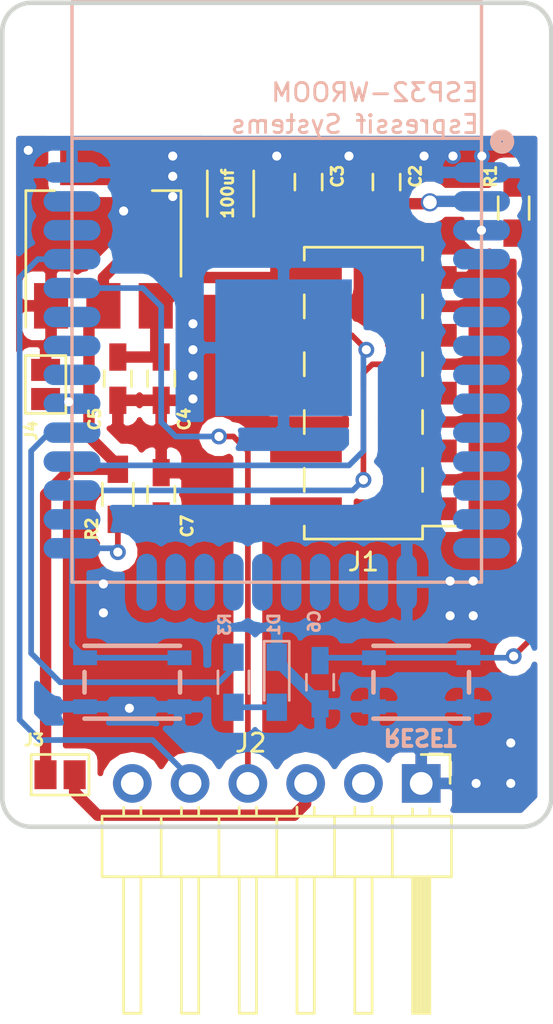
<source format=kicad_pcb>
(kicad_pcb (version 4) (host pcbnew 4.0.7)

  (general
    (links 45)
    (no_connects 0)
    (area 156.998999 61.396999 181.329001 106.787001)
    (thickness 1.6)
    (drawings 9)
    (tracks 179)
    (zones 0)
    (modules 19)
    (nets 14)
  )

  (page A4)
  (title_block
    (title "ESP32 miniBT")
    (date 2018-06-04)
    (rev 1.0)
  )

  (layers
    (0 F.Cu signal)
    (31 B.Cu signal)
    (32 B.Adhes user)
    (33 F.Adhes user)
    (34 B.Paste user)
    (35 F.Paste user)
    (36 B.SilkS user)
    (37 F.SilkS user)
    (38 B.Mask user hide)
    (39 F.Mask user hide)
    (40 Dwgs.User user)
    (41 Cmts.User user)
    (42 Eco1.User user)
    (43 Eco2.User user hide)
    (44 Edge.Cuts user)
    (45 Margin user)
    (46 B.CrtYd user hide)
    (47 F.CrtYd user)
    (48 B.Fab user hide)
    (49 F.Fab user hide)
  )

  (setup
    (last_trace_width 0.25)
    (user_trace_width 0.5)
    (trace_clearance 0.2)
    (zone_clearance 0.508)
    (zone_45_only yes)
    (trace_min 0.2)
    (segment_width 0.2)
    (edge_width 0.2)
    (via_size 0.7)
    (via_drill 0.4)
    (via_min_size 0.7)
    (via_min_drill 0.3)
    (user_via 0.8 0.6)
    (uvia_size 0.3)
    (uvia_drill 0.1)
    (uvias_allowed no)
    (uvia_min_size 0.2)
    (uvia_min_drill 0.1)
    (pcb_text_width 0.3)
    (pcb_text_size 1.5 1.5)
    (mod_edge_width 0.15)
    (mod_text_size 0.5 0.5)
    (mod_text_width 0.125)
    (pad_size 1.524 1.524)
    (pad_drill 0.762)
    (pad_to_mask_clearance 0.2)
    (aux_axis_origin 0 0)
    (grid_origin 167.259 79.502)
    (visible_elements 7FFFFFFF)
    (pcbplotparams
      (layerselection 0x010f0_80000001)
      (usegerberextensions true)
      (excludeedgelayer true)
      (linewidth 0.100000)
      (plotframeref false)
      (viasonmask false)
      (mode 1)
      (useauxorigin false)
      (hpglpennumber 1)
      (hpglpenspeed 20)
      (hpglpendiameter 15)
      (hpglpenoverlay 2)
      (psnegative false)
      (psa4output false)
      (plotreference true)
      (plotvalue true)
      (plotinvisibletext false)
      (padsonsilk false)
      (subtractmaskfromsilk true)
      (outputformat 1)
      (mirror false)
      (drillshape 0)
      (scaleselection 1)
      (outputdirectory plots/))
  )

  (net 0 "")
  (net 1 +3V3)
  (net 2 GND)
  (net 3 VCC)
  (net 4 EN)
  (net 5 IO5)
  (net 6 IO17)
  (net 7 IO16)
  (net 8 "IO0(boot)")
  (net 9 "Net-(D1-Pad2)")
  (net 10 TXDtoRXD0)
  (net 11 RXDtoTXD0)
  (net 12 "Net-(J2-Pad3)")
  (net 13 IO18)

  (net_class Default "This is the default net class."
    (clearance 0.2)
    (trace_width 0.25)
    (via_dia 0.7)
    (via_drill 0.4)
    (uvia_dia 0.3)
    (uvia_drill 0.1)
    (add_net +3V3)
    (add_net EN)
    (add_net GND)
    (add_net "IO0(boot)")
    (add_net IO16)
    (add_net IO17)
    (add_net IO18)
    (add_net IO5)
    (add_net "Net-(D1-Pad2)")
    (add_net "Net-(J2-Pad3)")
    (add_net RXDtoTXD0)
    (add_net TXDtoRXD0)
    (add_net VCC)
  )

  (net_class power ""
    (clearance 0.2)
    (trace_width 0.5)
    (via_dia 0.9)
    (via_drill 0.6)
    (uvia_dia 0.7)
    (uvia_drill 0.4)
  )

  (module TO_SOT_Packages_SMD:SOT-223 (layer F.Cu) (tedit 5B337BE4) (tstamp 58CD4D98)
    (at 161.544 71.882 90)
    (descr "module CMS SOT223 4 pins")
    (tags "CMS SOT")
    (path /58CDA4B0)
    (attr smd)
    (fp_text reference U1 (at 2.54 -2.794 180) (layer F.Fab)
      (effects (font (size 0.5 0.5) (thickness 0.125)))
    )
    (fp_text value U1 (at 2.54 -2.794 180) (layer F.Fab) hide
      (effects (font (size 0.8 0.8) (thickness 0.125)))
    )
    (fp_line (start -1.85 -2.3) (end -0.8 -3.35) (layer F.Fab) (width 0.1))
    (fp_line (start 1.91 3.41) (end 1.91 2.15) (layer F.SilkS) (width 0.12))
    (fp_line (start 1.91 -3.41) (end 1.91 -2.15) (layer F.SilkS) (width 0.12))
    (fp_line (start 4.4 -3.6) (end -4.4 -3.6) (layer F.CrtYd) (width 0.05))
    (fp_line (start 4.4 3.6) (end 4.4 -3.6) (layer F.CrtYd) (width 0.05))
    (fp_line (start -4.4 3.6) (end 4.4 3.6) (layer F.CrtYd) (width 0.05))
    (fp_line (start -4.4 -3.6) (end -4.4 3.6) (layer F.CrtYd) (width 0.05))
    (fp_line (start -1.85 -2.3) (end -1.85 3.35) (layer F.Fab) (width 0.1))
    (fp_line (start -1.85 3.41) (end 1.91 3.41) (layer F.SilkS) (width 0.12))
    (fp_line (start -0.8 -3.35) (end 1.85 -3.35) (layer F.Fab) (width 0.1))
    (fp_line (start -4.1 -3.41) (end 1.91 -3.41) (layer F.SilkS) (width 0.12))
    (fp_line (start -1.85 3.35) (end 1.85 3.35) (layer F.Fab) (width 0.1))
    (fp_line (start 1.85 -3.35) (end 1.85 3.35) (layer F.Fab) (width 0.1))
    (pad 4 smd rect (at 3.15 0 90) (size 2 3.8) (layers F.Cu F.Paste F.Mask))
    (pad 2 smd rect (at -3.15 0 90) (size 2 1.5) (layers F.Cu F.Paste F.Mask)
      (net 1 +3V3))
    (pad 3 smd rect (at -3.15 2.3 90) (size 2 1.5) (layers F.Cu F.Paste F.Mask)
      (net 3 VCC))
    (pad 1 smd rect (at -3.15 -2.3 90) (size 2 1.5) (layers F.Cu F.Paste F.Mask)
      (net 2 GND))
    (model TO_SOT_Packages_SMD.3dshapes/SOT-223.wrl
      (at (xyz 0 0 0))
      (scale (xyz 0.4 0.4 0.4))
      (rotate (xyz 0 0 90))
    )
  )

  (module switch:SKRPACE010 (layer B.Cu) (tedit 5B13FAF6) (tstamp 58AAE540)
    (at 162.814 91.567 180)
    (descr http://akizukidenshi.com/download/ds/alps/SKRPACE010.pdf)
    (tags "Tactile Switch")
    (path /58AADA65)
    (fp_text reference SW2 (at 0 3.302 180) (layer B.Fab) hide
      (effects (font (size 0.5 0.5) (thickness 0.125)) (justify mirror))
    )
    (fp_text value SWITCH_SPST (at -0.127 2.54 180) (layer B.SilkS) hide
      (effects (font (size 0.5 0.5) (thickness 0.125)) (justify mirror))
    )
    (fp_line (start -3.1 2.1) (end 3.1 2.1) (layer B.CrtYd) (width 0.15))
    (fp_line (start 3.1 2.1) (end 3.1 -2.1) (layer B.CrtYd) (width 0.15))
    (fp_line (start 3.1 -2.1) (end -3.1 -2.1) (layer B.CrtYd) (width 0.15))
    (fp_line (start -3.1 -2.1) (end -3.1 2.1) (layer B.CrtYd) (width 0.15))
    (fp_line (start 2.1 0.45) (end 2.1 -0.45) (layer B.SilkS) (width 0.2))
    (fp_line (start -2.1 -0.45) (end -2.1 0.45) (layer B.SilkS) (width 0.2))
    (fp_line (start -2.1 -1.6) (end 2.1 -1.6) (layer B.SilkS) (width 0.2))
    (fp_line (start -2.1 1.6) (end 2.1 1.6) (layer B.SilkS) (width 0.2))
    (pad 1 smd rect (at -2.075 1.075 180) (size 1.05 0.65) (layers B.Cu B.Paste B.Mask)
      (net 8 "IO0(boot)"))
    (pad 1 smd rect (at 2.075 1.075 180) (size 1.05 0.65) (layers B.Cu B.Paste B.Mask)
      (net 8 "IO0(boot)"))
    (pad 2 smd rect (at -2.075 -1.075 180) (size 1.05 0.65) (layers B.Cu B.Paste B.Mask)
      (net 2 GND))
    (pad 2 smd rect (at 2.075 -1.075 180) (size 1.05 0.65) (layers B.Cu B.Paste B.Mask)
      (net 2 GND))
  )

  (module ESP32-footprints-Lib:ESP32-WROOM (layer B.Cu) (tedit 5B337D24) (tstamp 589736FD)
    (at 169.164 74.422)
    (path /58986BAE)
    (fp_text reference U2 (at 8.382 -9.906 180) (layer B.SilkS) hide
      (effects (font (size 0.5 0.5) (thickness 0.125)) (justify mirror))
    )
    (fp_text value ESP32-WROOM (at 4.318 -8.763) (layer B.Fab)
      (effects (font (size 0.8 0.8) (thickness 0.125)) (justify mirror))
    )
    (fp_text user "Espressif Systems" (at 3.429 -7.366) (layer B.SilkS)
      (effects (font (size 0.8 0.8) (thickness 0.125)) (justify mirror))
    )
    (fp_circle (center 9.906 -6.604) (end 10.033 -6.858) (layer B.SilkS) (width 0.5))
    (fp_text user ESP32-WROOM (at 4.318 -8.763) (layer B.SilkS)
      (effects (font (size 0.8 0.8) (thickness 0.125)) (justify mirror))
    )
    (fp_line (start -9 -6.75) (end 9 -6.75) (layer B.SilkS) (width 0.15))
    (fp_line (start 9 -12.75) (end 9 12.75) (layer B.SilkS) (width 0.15))
    (fp_line (start -9 -12.75) (end -9 12.75) (layer B.SilkS) (width 0.15))
    (fp_line (start -9 12.75) (end 9 12.75) (layer B.SilkS) (width 0.15))
    (fp_line (start -9 -12.75) (end 9 -12.75) (layer B.SilkS) (width 0.15))
    (pad 38 smd oval (at -9 -5.25) (size 2.5 0.9) (layers B.Cu B.Paste B.Mask)
      (net 2 GND))
    (pad 37 smd oval (at -9 -3.98) (size 2.5 0.9) (layers B.Cu B.Paste B.Mask))
    (pad 36 smd oval (at -9 -2.71) (size 2.5 0.9) (layers B.Cu B.Paste B.Mask))
    (pad 35 smd oval (at -9 -1.44) (size 2.5 0.9) (layers B.Cu B.Paste B.Mask)
      (net 11 RXDtoTXD0))
    (pad 34 smd oval (at -9 -0.17) (size 2.5 0.9) (layers B.Cu B.Paste B.Mask)
      (net 10 TXDtoRXD0))
    (pad 33 smd oval (at -9 1.1) (size 2.5 0.9) (layers B.Cu B.Paste B.Mask))
    (pad 32 smd oval (at -9 2.37) (size 2.5 0.9) (layers B.Cu B.Paste B.Mask))
    (pad 31 smd oval (at -9 3.64) (size 2.5 0.9) (layers B.Cu B.Paste B.Mask))
    (pad 30 smd oval (at -9 4.91) (size 2.5 0.9) (layers B.Cu B.Paste B.Mask)
      (net 13 IO18))
    (pad 29 smd oval (at -9 6.18) (size 2.5 0.9) (layers B.Cu B.Paste B.Mask)
      (net 5 IO5))
    (pad 28 smd oval (at -9 7.45) (size 2.5 0.9) (layers B.Cu B.Paste B.Mask)
      (net 6 IO17))
    (pad 27 smd oval (at -9 8.72) (size 2.5 0.9) (layers B.Cu B.Paste B.Mask)
      (net 7 IO16))
    (pad 26 smd oval (at -9 9.99) (size 2.5 0.9) (layers B.Cu B.Paste B.Mask))
    (pad 25 smd oval (at -9 11.26) (size 2.5 0.9) (layers B.Cu B.Paste B.Mask)
      (net 8 "IO0(boot)"))
    (pad 24 smd oval (at -5.715 12.75) (size 0.9 2.5) (layers B.Cu B.Paste B.Mask))
    (pad 23 smd oval (at -4.445 12.75) (size 0.9 2.5) (layers B.Cu B.Paste B.Mask))
    (pad 22 smd oval (at -3.175 12.75) (size 0.9 2.5) (layers B.Cu B.Paste B.Mask))
    (pad 21 smd oval (at -1.905 12.75) (size 0.9 2.5) (layers B.Cu B.Paste B.Mask))
    (pad 20 smd oval (at -0.635 12.75) (size 0.9 2.5) (layers B.Cu B.Paste B.Mask))
    (pad 19 smd oval (at 0.635 12.75) (size 0.9 2.5) (layers B.Cu B.Paste B.Mask))
    (pad 18 smd oval (at 1.905 12.75) (size 0.9 2.5) (layers B.Cu B.Paste B.Mask))
    (pad 17 smd oval (at 3.175 12.75) (size 0.9 2.5) (layers B.Cu B.Paste B.Mask))
    (pad 16 smd oval (at 4.445 12.75) (size 0.9 2.5) (layers B.Cu B.Paste B.Mask))
    (pad 15 smd oval (at 5.715 12.75) (size 0.9 2.5) (layers B.Cu B.Paste B.Mask)
      (net 2 GND))
    (pad 14 smd oval (at 9 11.26) (size 2.5 0.9) (layers B.Cu B.Paste B.Mask))
    (pad 13 smd oval (at 9 9.99) (size 2.5 0.9) (layers B.Cu B.Paste B.Mask))
    (pad 12 smd oval (at 9 8.72) (size 2.5 0.9) (layers B.Cu B.Paste B.Mask))
    (pad 11 smd oval (at 9 7.45) (size 2.5 0.9) (layers B.Cu B.Paste B.Mask))
    (pad 10 smd oval (at 9 6.18) (size 2.5 0.9) (layers B.Cu B.Paste B.Mask))
    (pad 9 smd oval (at 9 4.91) (size 2.5 0.9) (layers B.Cu B.Paste B.Mask))
    (pad 8 smd oval (at 9 3.64) (size 2.5 0.9) (layers B.Cu B.Paste B.Mask))
    (pad 7 smd oval (at 9 2.37) (size 2.5 0.9) (layers B.Cu B.Paste B.Mask))
    (pad 6 smd oval (at 9 1.1) (size 2.5 0.9) (layers B.Cu B.Paste B.Mask))
    (pad 5 smd oval (at 9 -0.17) (size 2.5 0.9) (layers B.Cu B.Paste B.Mask))
    (pad 4 smd oval (at 9 -1.44) (size 2.5 0.9) (layers B.Cu B.Paste B.Mask))
    (pad 3 smd oval (at 9 -2.71) (size 2.5 0.9) (layers B.Cu B.Paste B.Mask)
      (net 4 EN))
    (pad 2 smd oval (at 9 -3.98) (size 2.5 0.9) (layers B.Cu B.Paste B.Mask)
      (net 1 +3V3))
    (pad 1 smd oval (at 9 -5.25) (size 2.5 0.9) (layers B.Cu B.Paste B.Mask)
      (net 2 GND))
    (pad 39 smd rect (at 0.3 2.45) (size 6 6) (layers B.Cu B.Paste B.Mask)
      (net 2 GND))
  )

  (module switch:SKRPACE010 (layer B.Cu) (tedit 5B13FAE4) (tstamp 58B12843)
    (at 175.514 91.567 180)
    (descr http://akizukidenshi.com/download/ds/alps/SKRPACE010.pdf)
    (tags "Tactile Switch")
    (path /58B0F631)
    (fp_text reference SW1 (at 0 3.302 180) (layer B.Fab) hide
      (effects (font (size 0.5 0.5) (thickness 0.125)) (justify mirror))
    )
    (fp_text value SWITCH_SPST (at 0.127 2.54 180) (layer B.SilkS) hide
      (effects (font (size 0.5 0.5) (thickness 0.125)) (justify mirror))
    )
    (fp_line (start -3.1 2.1) (end 3.1 2.1) (layer B.CrtYd) (width 0.15))
    (fp_line (start 3.1 2.1) (end 3.1 -2.1) (layer B.CrtYd) (width 0.15))
    (fp_line (start 3.1 -2.1) (end -3.1 -2.1) (layer B.CrtYd) (width 0.15))
    (fp_line (start -3.1 -2.1) (end -3.1 2.1) (layer B.CrtYd) (width 0.15))
    (fp_line (start 2.1 0.45) (end 2.1 -0.45) (layer B.SilkS) (width 0.2))
    (fp_line (start -2.1 -0.45) (end -2.1 0.45) (layer B.SilkS) (width 0.2))
    (fp_line (start -2.1 -1.6) (end 2.1 -1.6) (layer B.SilkS) (width 0.2))
    (fp_line (start -2.1 1.6) (end 2.1 1.6) (layer B.SilkS) (width 0.2))
    (pad 1 smd rect (at -2.075 1.075 180) (size 1.05 0.65) (layers B.Cu B.Paste B.Mask)
      (net 4 EN))
    (pad 1 smd rect (at 2.075 1.075 180) (size 1.05 0.65) (layers B.Cu B.Paste B.Mask)
      (net 4 EN))
    (pad 2 smd rect (at -2.075 -1.075 180) (size 1.05 0.65) (layers B.Cu B.Paste B.Mask)
      (net 2 GND))
    (pad 2 smd rect (at 2.075 -1.075 180) (size 1.05 0.65) (layers B.Cu B.Paste B.Mask)
      (net 2 GND))
  )

  (module Capacitors_SMD:C_1206 (layer F.Cu) (tedit 5B337745) (tstamp 58CD47D4)
    (at 167.132 70.104 90)
    (descr "Capacitor SMD 1206, reflow soldering, AVX (see smccp.pdf)")
    (tags "capacitor 1206")
    (path /58CD61C2)
    (attr smd)
    (fp_text reference C1 (at 0.762 1.651 90) (layer F.SilkS) hide
      (effects (font (size 0.5 0.5) (thickness 0.125)))
    )
    (fp_text value 100uf (at 0 -0.127 90) (layer F.SilkS)
      (effects (font (size 0.5 0.5) (thickness 0.125)))
    )
    (fp_text user %R (at 0.0508 0.0508 90) (layer F.Fab)
      (effects (font (size 0.5 0.5) (thickness 0.125)))
    )
    (fp_line (start -1.6 0.8) (end -1.6 -0.8) (layer F.Fab) (width 0.1))
    (fp_line (start 1.6 0.8) (end -1.6 0.8) (layer F.Fab) (width 0.1))
    (fp_line (start 1.6 -0.8) (end 1.6 0.8) (layer F.Fab) (width 0.1))
    (fp_line (start -1.6 -0.8) (end 1.6 -0.8) (layer F.Fab) (width 0.1))
    (fp_line (start 1 -1.02) (end -1 -1.02) (layer F.SilkS) (width 0.12))
    (fp_line (start -1 1.02) (end 1 1.02) (layer F.SilkS) (width 0.12))
    (fp_line (start -2.25 -1.05) (end 2.25 -1.05) (layer F.CrtYd) (width 0.05))
    (fp_line (start -2.25 -1.05) (end -2.25 1.05) (layer F.CrtYd) (width 0.05))
    (fp_line (start 2.25 1.05) (end 2.25 -1.05) (layer F.CrtYd) (width 0.05))
    (fp_line (start 2.25 1.05) (end -2.25 1.05) (layer F.CrtYd) (width 0.05))
    (pad 1 smd rect (at -1.5 0 90) (size 1 1.6) (layers F.Cu F.Paste F.Mask)
      (net 1 +3V3))
    (pad 2 smd rect (at 1.5 0 90) (size 1 1.6) (layers F.Cu F.Paste F.Mask)
      (net 2 GND))
    (model Capacitors_SMD.3dshapes/C_1206.wrl
      (at (xyz 0 0 0))
      (scale (xyz 1 1 1))
      (rotate (xyz 0 0 0))
    )
  )

  (module Pin_Headers:Pin_Header_Straight_2x05_Pitch2.54mm_SMD (layer F.Cu) (tedit 5B337B99) (tstamp 5B11676E)
    (at 172.974 78.867 180)
    (descr "surface-mounted straight pin header, 2x05, 2.54mm pitch, double rows")
    (tags "Surface mounted pin header SMD 2x05 2.54mm double row")
    (path /5B11698C)
    (attr smd)
    (fp_text reference J1 (at 0 -7.41 180) (layer F.SilkS)
      (effects (font (size 0.8 0.8) (thickness 0.125)))
    )
    (fp_text value Conn_FlipMouse (at 0.127 6.731 180) (layer F.Fab)
      (effects (font (size 0.5 0.5) (thickness 0.125)))
    )
    (fp_line (start 2.54 6.35) (end -2.54 6.35) (layer F.Fab) (width 0.1))
    (fp_line (start -1.59 -6.35) (end 2.54 -6.35) (layer F.Fab) (width 0.1))
    (fp_line (start -2.54 6.35) (end -2.54 -5.4) (layer F.Fab) (width 0.1))
    (fp_line (start -2.54 -5.4) (end -1.59 -6.35) (layer F.Fab) (width 0.1))
    (fp_line (start 2.54 -6.35) (end 2.54 6.35) (layer F.Fab) (width 0.1))
    (fp_line (start -2.54 -5.4) (end -3.6 -5.4) (layer F.Fab) (width 0.1))
    (fp_line (start -3.6 -5.4) (end -3.6 -4.76) (layer F.Fab) (width 0.1))
    (fp_line (start -3.6 -4.76) (end -2.54 -4.76) (layer F.Fab) (width 0.1))
    (fp_line (start 2.54 -5.4) (end 3.6 -5.4) (layer F.Fab) (width 0.1))
    (fp_line (start 3.6 -5.4) (end 3.6 -4.76) (layer F.Fab) (width 0.1))
    (fp_line (start 3.6 -4.76) (end 2.54 -4.76) (layer F.Fab) (width 0.1))
    (fp_line (start -2.54 -2.86) (end -3.6 -2.86) (layer F.Fab) (width 0.1))
    (fp_line (start -3.6 -2.86) (end -3.6 -2.22) (layer F.Fab) (width 0.1))
    (fp_line (start -3.6 -2.22) (end -2.54 -2.22) (layer F.Fab) (width 0.1))
    (fp_line (start 2.54 -2.86) (end 3.6 -2.86) (layer F.Fab) (width 0.1))
    (fp_line (start 3.6 -2.86) (end 3.6 -2.22) (layer F.Fab) (width 0.1))
    (fp_line (start 3.6 -2.22) (end 2.54 -2.22) (layer F.Fab) (width 0.1))
    (fp_line (start -2.54 -0.32) (end -3.6 -0.32) (layer F.Fab) (width 0.1))
    (fp_line (start -3.6 -0.32) (end -3.6 0.32) (layer F.Fab) (width 0.1))
    (fp_line (start -3.6 0.32) (end -2.54 0.32) (layer F.Fab) (width 0.1))
    (fp_line (start 2.54 -0.32) (end 3.6 -0.32) (layer F.Fab) (width 0.1))
    (fp_line (start 3.6 -0.32) (end 3.6 0.32) (layer F.Fab) (width 0.1))
    (fp_line (start 3.6 0.32) (end 2.54 0.32) (layer F.Fab) (width 0.1))
    (fp_line (start -2.54 2.22) (end -3.6 2.22) (layer F.Fab) (width 0.1))
    (fp_line (start -3.6 2.22) (end -3.6 2.86) (layer F.Fab) (width 0.1))
    (fp_line (start -3.6 2.86) (end -2.54 2.86) (layer F.Fab) (width 0.1))
    (fp_line (start 2.54 2.22) (end 3.6 2.22) (layer F.Fab) (width 0.1))
    (fp_line (start 3.6 2.22) (end 3.6 2.86) (layer F.Fab) (width 0.1))
    (fp_line (start 3.6 2.86) (end 2.54 2.86) (layer F.Fab) (width 0.1))
    (fp_line (start -2.54 4.76) (end -3.6 4.76) (layer F.Fab) (width 0.1))
    (fp_line (start -3.6 4.76) (end -3.6 5.4) (layer F.Fab) (width 0.1))
    (fp_line (start -3.6 5.4) (end -2.54 5.4) (layer F.Fab) (width 0.1))
    (fp_line (start 2.54 4.76) (end 3.6 4.76) (layer F.Fab) (width 0.1))
    (fp_line (start 3.6 4.76) (end 3.6 5.4) (layer F.Fab) (width 0.1))
    (fp_line (start 3.6 5.4) (end 2.54 5.4) (layer F.Fab) (width 0.1))
    (fp_line (start -2.6 -6.41) (end 2.6 -6.41) (layer F.SilkS) (width 0.12))
    (fp_line (start -2.6 6.41) (end 2.6 6.41) (layer F.SilkS) (width 0.12))
    (fp_line (start -4.04 -5.84) (end -2.6 -5.84) (layer F.SilkS) (width 0.12))
    (fp_line (start -2.6 -6.41) (end -2.6 -5.84) (layer F.SilkS) (width 0.12))
    (fp_line (start 2.6 -6.41) (end 2.6 -5.84) (layer F.SilkS) (width 0.12))
    (fp_line (start -2.6 5.84) (end -2.6 6.41) (layer F.SilkS) (width 0.12))
    (fp_line (start 2.6 5.84) (end 2.6 6.41) (layer F.SilkS) (width 0.12))
    (fp_line (start -2.6 -4.32) (end -2.6 -3.3) (layer F.SilkS) (width 0.12))
    (fp_line (start 2.6 -4.32) (end 2.6 -3.3) (layer F.SilkS) (width 0.12))
    (fp_line (start -2.6 -1.78) (end -2.6 -0.76) (layer F.SilkS) (width 0.12))
    (fp_line (start 2.6 -1.78) (end 2.6 -0.76) (layer F.SilkS) (width 0.12))
    (fp_line (start -2.6 0.76) (end -2.6 1.78) (layer F.SilkS) (width 0.12))
    (fp_line (start 2.6 0.76) (end 2.6 1.78) (layer F.SilkS) (width 0.12))
    (fp_line (start -2.6 3.3) (end -2.6 4.32) (layer F.SilkS) (width 0.12))
    (fp_line (start 2.6 3.3) (end 2.6 4.32) (layer F.SilkS) (width 0.12))
    (fp_line (start -5.9 -6.85) (end -5.9 6.85) (layer F.CrtYd) (width 0.05))
    (fp_line (start -5.9 6.85) (end 5.9 6.85) (layer F.CrtYd) (width 0.05))
    (fp_line (start 5.9 6.85) (end 5.9 -6.85) (layer F.CrtYd) (width 0.05))
    (fp_line (start 5.9 -6.85) (end -5.9 -6.85) (layer F.CrtYd) (width 0.05))
    (fp_text user %R (at 0 0 270) (layer F.Fab)
      (effects (font (size 0.5 0.5) (thickness 0.125)))
    )
    (pad 1 smd rect (at -2.525 -5.08 180) (size 3.15 1) (layers F.Cu F.Paste F.Mask))
    (pad 2 smd rect (at 2.525 -5.08 180) (size 3.15 1) (layers F.Cu F.Paste F.Mask))
    (pad 3 smd rect (at -2.525 -2.54 180) (size 3.15 1) (layers F.Cu F.Paste F.Mask))
    (pad 4 smd rect (at 2.525 -2.54 180) (size 3.15 1) (layers F.Cu F.Paste F.Mask))
    (pad 5 smd rect (at -2.525 0 180) (size 3.15 1) (layers F.Cu F.Paste F.Mask))
    (pad 6 smd rect (at 2.525 0 180) (size 3.15 1) (layers F.Cu F.Paste F.Mask))
    (pad 7 smd rect (at -2.525 2.54 180) (size 3.15 1) (layers F.Cu F.Paste F.Mask)
      (net 7 IO16))
    (pad 8 smd rect (at 2.525 2.54 180) (size 3.15 1) (layers F.Cu F.Paste F.Mask)
      (net 6 IO17))
    (pad 9 smd rect (at -2.525 5.08 180) (size 3.15 1) (layers F.Cu F.Paste F.Mask)
      (net 2 GND))
    (pad 10 smd rect (at 2.525 5.08 180) (size 3.15 1) (layers F.Cu F.Paste F.Mask)
      (net 3 VCC))
    (model ${KISYS3DMOD}/Pin_Headers.3dshapes/Pin_Header_Straight_2x05_Pitch2.54mm_SMD.wrl
      (at (xyz 0 0 0))
      (scale (xyz 1 1 1))
      (rotate (xyz 0 0 0))
    )
  )

  (module Pin_Headers:Pin_Header_Angled_1x06_Pitch2.54mm (layer F.Cu) (tedit 5B337BB5) (tstamp 5B131BAA)
    (at 175.514 96.012 270)
    (descr "Through hole angled pin header, 1x06, 2.54mm pitch, 6mm pin length, single row")
    (tags "Through hole angled pin header THT 1x06 2.54mm single row")
    (path /5B13385C)
    (fp_text reference J2 (at -1.778 7.493 360) (layer F.SilkS)
      (effects (font (size 0.8 0.8) (thickness 0.125)))
    )
    (fp_text value Conn_01x06 (at -1.397 0.635 360) (layer F.Fab)
      (effects (font (size 0.5 0.5) (thickness 0.125)))
    )
    (fp_line (start 2.135 -1.27) (end 4.04 -1.27) (layer F.Fab) (width 0.1))
    (fp_line (start 4.04 -1.27) (end 4.04 13.97) (layer F.Fab) (width 0.1))
    (fp_line (start 4.04 13.97) (end 1.5 13.97) (layer F.Fab) (width 0.1))
    (fp_line (start 1.5 13.97) (end 1.5 -0.635) (layer F.Fab) (width 0.1))
    (fp_line (start 1.5 -0.635) (end 2.135 -1.27) (layer F.Fab) (width 0.1))
    (fp_line (start -0.32 -0.32) (end 1.5 -0.32) (layer F.Fab) (width 0.1))
    (fp_line (start -0.32 -0.32) (end -0.32 0.32) (layer F.Fab) (width 0.1))
    (fp_line (start -0.32 0.32) (end 1.5 0.32) (layer F.Fab) (width 0.1))
    (fp_line (start 4.04 -0.32) (end 10.04 -0.32) (layer F.Fab) (width 0.1))
    (fp_line (start 10.04 -0.32) (end 10.04 0.32) (layer F.Fab) (width 0.1))
    (fp_line (start 4.04 0.32) (end 10.04 0.32) (layer F.Fab) (width 0.1))
    (fp_line (start -0.32 2.22) (end 1.5 2.22) (layer F.Fab) (width 0.1))
    (fp_line (start -0.32 2.22) (end -0.32 2.86) (layer F.Fab) (width 0.1))
    (fp_line (start -0.32 2.86) (end 1.5 2.86) (layer F.Fab) (width 0.1))
    (fp_line (start 4.04 2.22) (end 10.04 2.22) (layer F.Fab) (width 0.1))
    (fp_line (start 10.04 2.22) (end 10.04 2.86) (layer F.Fab) (width 0.1))
    (fp_line (start 4.04 2.86) (end 10.04 2.86) (layer F.Fab) (width 0.1))
    (fp_line (start -0.32 4.76) (end 1.5 4.76) (layer F.Fab) (width 0.1))
    (fp_line (start -0.32 4.76) (end -0.32 5.4) (layer F.Fab) (width 0.1))
    (fp_line (start -0.32 5.4) (end 1.5 5.4) (layer F.Fab) (width 0.1))
    (fp_line (start 4.04 4.76) (end 10.04 4.76) (layer F.Fab) (width 0.1))
    (fp_line (start 10.04 4.76) (end 10.04 5.4) (layer F.Fab) (width 0.1))
    (fp_line (start 4.04 5.4) (end 10.04 5.4) (layer F.Fab) (width 0.1))
    (fp_line (start -0.32 7.3) (end 1.5 7.3) (layer F.Fab) (width 0.1))
    (fp_line (start -0.32 7.3) (end -0.32 7.94) (layer F.Fab) (width 0.1))
    (fp_line (start -0.32 7.94) (end 1.5 7.94) (layer F.Fab) (width 0.1))
    (fp_line (start 4.04 7.3) (end 10.04 7.3) (layer F.Fab) (width 0.1))
    (fp_line (start 10.04 7.3) (end 10.04 7.94) (layer F.Fab) (width 0.1))
    (fp_line (start 4.04 7.94) (end 10.04 7.94) (layer F.Fab) (width 0.1))
    (fp_line (start -0.32 9.84) (end 1.5 9.84) (layer F.Fab) (width 0.1))
    (fp_line (start -0.32 9.84) (end -0.32 10.48) (layer F.Fab) (width 0.1))
    (fp_line (start -0.32 10.48) (end 1.5 10.48) (layer F.Fab) (width 0.1))
    (fp_line (start 4.04 9.84) (end 10.04 9.84) (layer F.Fab) (width 0.1))
    (fp_line (start 10.04 9.84) (end 10.04 10.48) (layer F.Fab) (width 0.1))
    (fp_line (start 4.04 10.48) (end 10.04 10.48) (layer F.Fab) (width 0.1))
    (fp_line (start -0.32 12.38) (end 1.5 12.38) (layer F.Fab) (width 0.1))
    (fp_line (start -0.32 12.38) (end -0.32 13.02) (layer F.Fab) (width 0.1))
    (fp_line (start -0.32 13.02) (end 1.5 13.02) (layer F.Fab) (width 0.1))
    (fp_line (start 4.04 12.38) (end 10.04 12.38) (layer F.Fab) (width 0.1))
    (fp_line (start 10.04 12.38) (end 10.04 13.02) (layer F.Fab) (width 0.1))
    (fp_line (start 4.04 13.02) (end 10.04 13.02) (layer F.Fab) (width 0.1))
    (fp_line (start 1.44 -1.33) (end 1.44 14.03) (layer F.SilkS) (width 0.12))
    (fp_line (start 1.44 14.03) (end 4.1 14.03) (layer F.SilkS) (width 0.12))
    (fp_line (start 4.1 14.03) (end 4.1 -1.33) (layer F.SilkS) (width 0.12))
    (fp_line (start 4.1 -1.33) (end 1.44 -1.33) (layer F.SilkS) (width 0.12))
    (fp_line (start 4.1 -0.38) (end 10.1 -0.38) (layer F.SilkS) (width 0.12))
    (fp_line (start 10.1 -0.38) (end 10.1 0.38) (layer F.SilkS) (width 0.12))
    (fp_line (start 10.1 0.38) (end 4.1 0.38) (layer F.SilkS) (width 0.12))
    (fp_line (start 4.1 -0.32) (end 10.1 -0.32) (layer F.SilkS) (width 0.12))
    (fp_line (start 4.1 -0.2) (end 10.1 -0.2) (layer F.SilkS) (width 0.12))
    (fp_line (start 4.1 -0.08) (end 10.1 -0.08) (layer F.SilkS) (width 0.12))
    (fp_line (start 4.1 0.04) (end 10.1 0.04) (layer F.SilkS) (width 0.12))
    (fp_line (start 4.1 0.16) (end 10.1 0.16) (layer F.SilkS) (width 0.12))
    (fp_line (start 4.1 0.28) (end 10.1 0.28) (layer F.SilkS) (width 0.12))
    (fp_line (start 1.11 -0.38) (end 1.44 -0.38) (layer F.SilkS) (width 0.12))
    (fp_line (start 1.11 0.38) (end 1.44 0.38) (layer F.SilkS) (width 0.12))
    (fp_line (start 1.44 1.27) (end 4.1 1.27) (layer F.SilkS) (width 0.12))
    (fp_line (start 4.1 2.16) (end 10.1 2.16) (layer F.SilkS) (width 0.12))
    (fp_line (start 10.1 2.16) (end 10.1 2.92) (layer F.SilkS) (width 0.12))
    (fp_line (start 10.1 2.92) (end 4.1 2.92) (layer F.SilkS) (width 0.12))
    (fp_line (start 1.042929 2.16) (end 1.44 2.16) (layer F.SilkS) (width 0.12))
    (fp_line (start 1.042929 2.92) (end 1.44 2.92) (layer F.SilkS) (width 0.12))
    (fp_line (start 1.44 3.81) (end 4.1 3.81) (layer F.SilkS) (width 0.12))
    (fp_line (start 4.1 4.7) (end 10.1 4.7) (layer F.SilkS) (width 0.12))
    (fp_line (start 10.1 4.7) (end 10.1 5.46) (layer F.SilkS) (width 0.12))
    (fp_line (start 10.1 5.46) (end 4.1 5.46) (layer F.SilkS) (width 0.12))
    (fp_line (start 1.042929 4.7) (end 1.44 4.7) (layer F.SilkS) (width 0.12))
    (fp_line (start 1.042929 5.46) (end 1.44 5.46) (layer F.SilkS) (width 0.12))
    (fp_line (start 1.44 6.35) (end 4.1 6.35) (layer F.SilkS) (width 0.12))
    (fp_line (start 4.1 7.24) (end 10.1 7.24) (layer F.SilkS) (width 0.12))
    (fp_line (start 10.1 7.24) (end 10.1 8) (layer F.SilkS) (width 0.12))
    (fp_line (start 10.1 8) (end 4.1 8) (layer F.SilkS) (width 0.12))
    (fp_line (start 1.042929 7.24) (end 1.44 7.24) (layer F.SilkS) (width 0.12))
    (fp_line (start 1.042929 8) (end 1.44 8) (layer F.SilkS) (width 0.12))
    (fp_line (start 1.44 8.89) (end 4.1 8.89) (layer F.SilkS) (width 0.12))
    (fp_line (start 4.1 9.78) (end 10.1 9.78) (layer F.SilkS) (width 0.12))
    (fp_line (start 10.1 9.78) (end 10.1 10.54) (layer F.SilkS) (width 0.12))
    (fp_line (start 10.1 10.54) (end 4.1 10.54) (layer F.SilkS) (width 0.12))
    (fp_line (start 1.042929 9.78) (end 1.44 9.78) (layer F.SilkS) (width 0.12))
    (fp_line (start 1.042929 10.54) (end 1.44 10.54) (layer F.SilkS) (width 0.12))
    (fp_line (start 1.44 11.43) (end 4.1 11.43) (layer F.SilkS) (width 0.12))
    (fp_line (start 4.1 12.32) (end 10.1 12.32) (layer F.SilkS) (width 0.12))
    (fp_line (start 10.1 12.32) (end 10.1 13.08) (layer F.SilkS) (width 0.12))
    (fp_line (start 10.1 13.08) (end 4.1 13.08) (layer F.SilkS) (width 0.12))
    (fp_line (start 1.042929 12.32) (end 1.44 12.32) (layer F.SilkS) (width 0.12))
    (fp_line (start 1.042929 13.08) (end 1.44 13.08) (layer F.SilkS) (width 0.12))
    (fp_line (start -1.27 0) (end -1.27 -1.27) (layer F.SilkS) (width 0.12))
    (fp_line (start -1.27 -1.27) (end 0 -1.27) (layer F.SilkS) (width 0.12))
    (fp_line (start -1.8 -1.8) (end -1.8 14.5) (layer F.CrtYd) (width 0.05))
    (fp_line (start -1.8 14.5) (end 10.55 14.5) (layer F.CrtYd) (width 0.05))
    (fp_line (start 10.55 14.5) (end 10.55 -1.8) (layer F.CrtYd) (width 0.05))
    (fp_line (start 10.55 -1.8) (end -1.8 -1.8) (layer F.CrtYd) (width 0.05))
    (fp_text user %R (at -1.397 4.699 360) (layer F.Fab)
      (effects (font (size 0.5 0.5) (thickness 0.125)))
    )
    (pad 1 thru_hole rect (at 0 0 270) (size 1.7 1.7) (drill 1) (layers *.Cu *.Mask)
      (net 2 GND))
    (pad 2 thru_hole oval (at 0 2.54 270) (size 1.7 1.7) (drill 1) (layers *.Cu *.Mask))
    (pad 3 thru_hole oval (at 0 5.08 270) (size 1.7 1.7) (drill 1) (layers *.Cu *.Mask)
      (net 12 "Net-(J2-Pad3)"))
    (pad 4 thru_hole oval (at 0 7.62 270) (size 1.7 1.7) (drill 1) (layers *.Cu *.Mask)
      (net 10 TXDtoRXD0))
    (pad 5 thru_hole oval (at 0 10.16 270) (size 1.7 1.7) (drill 1) (layers *.Cu *.Mask)
      (net 11 RXDtoTXD0))
    (pad 6 thru_hole oval (at 0 12.7 270) (size 1.7 1.7) (drill 1) (layers *.Cu *.Mask))
    (model ${KISYS3DMOD}/Pin_Headers.3dshapes/Pin_Header_Angled_1x06_Pitch2.54mm.wrl
      (at (xyz 0 0 0))
      (scale (xyz 1 1 1))
      (rotate (xyz 0 0 0))
    )
  )

  (module Capacitors_SMD:C_0603_HandSoldering (layer F.Cu) (tedit 5B337712) (tstamp 5B131C38)
    (at 173.99 69.596 90)
    (descr "Capacitor SMD 0603, hand soldering")
    (tags "capacitor 0603")
    (path /5894AF56)
    (attr smd)
    (fp_text reference C2 (at 0.254 1.27 90) (layer F.SilkS)
      (effects (font (size 0.5 0.5) (thickness 0.125)))
    )
    (fp_text value 0.1uf (at -0.127 -0.127 90) (layer F.Fab)
      (effects (font (size 0.5 0.5) (thickness 0.125)))
    )
    (fp_text user %R (at 0 -1.016 90) (layer F.Fab)
      (effects (font (size 0.5 0.5) (thickness 0.125)))
    )
    (fp_line (start -0.8 0.4) (end -0.8 -0.4) (layer F.Fab) (width 0.1))
    (fp_line (start 0.8 0.4) (end -0.8 0.4) (layer F.Fab) (width 0.1))
    (fp_line (start 0.8 -0.4) (end 0.8 0.4) (layer F.Fab) (width 0.1))
    (fp_line (start -0.8 -0.4) (end 0.8 -0.4) (layer F.Fab) (width 0.1))
    (fp_line (start -0.35 -0.6) (end 0.35 -0.6) (layer F.SilkS) (width 0.12))
    (fp_line (start 0.35 0.6) (end -0.35 0.6) (layer F.SilkS) (width 0.12))
    (fp_line (start -1.8 -0.65) (end 1.8 -0.65) (layer F.CrtYd) (width 0.05))
    (fp_line (start -1.8 -0.65) (end -1.8 0.65) (layer F.CrtYd) (width 0.05))
    (fp_line (start 1.8 0.65) (end 1.8 -0.65) (layer F.CrtYd) (width 0.05))
    (fp_line (start 1.8 0.65) (end -1.8 0.65) (layer F.CrtYd) (width 0.05))
    (pad 1 smd rect (at -0.95 0 90) (size 1.2 0.75) (layers F.Cu F.Paste F.Mask)
      (net 1 +3V3))
    (pad 2 smd rect (at 0.95 0 90) (size 1.2 0.75) (layers F.Cu F.Paste F.Mask)
      (net 2 GND))
    (model Capacitors_SMD.3dshapes/C_0603.wrl
      (at (xyz 0 0 0))
      (scale (xyz 1 1 1))
      (rotate (xyz 0 0 0))
    )
  )

  (module Capacitors_SMD:C_0603_HandSoldering (layer F.Cu) (tedit 5B337718) (tstamp 5B131C3D)
    (at 170.561 69.596 90)
    (descr "Capacitor SMD 0603, hand soldering")
    (tags "capacitor 0603")
    (path /5894B158)
    (attr smd)
    (fp_text reference C3 (at 0.254 1.27 90) (layer F.SilkS)
      (effects (font (size 0.5 0.5) (thickness 0.125)))
    )
    (fp_text value 10uf (at 0 0.127 90) (layer F.Fab)
      (effects (font (size 0.5 0.5) (thickness 0.125)))
    )
    (fp_text user %R (at 0 -1.016 90) (layer F.Fab)
      (effects (font (size 0.5 0.5) (thickness 0.125)))
    )
    (fp_line (start -0.8 0.4) (end -0.8 -0.4) (layer F.Fab) (width 0.1))
    (fp_line (start 0.8 0.4) (end -0.8 0.4) (layer F.Fab) (width 0.1))
    (fp_line (start 0.8 -0.4) (end 0.8 0.4) (layer F.Fab) (width 0.1))
    (fp_line (start -0.8 -0.4) (end 0.8 -0.4) (layer F.Fab) (width 0.1))
    (fp_line (start -0.35 -0.6) (end 0.35 -0.6) (layer F.SilkS) (width 0.12))
    (fp_line (start 0.35 0.6) (end -0.35 0.6) (layer F.SilkS) (width 0.12))
    (fp_line (start -1.8 -0.65) (end 1.8 -0.65) (layer F.CrtYd) (width 0.05))
    (fp_line (start -1.8 -0.65) (end -1.8 0.65) (layer F.CrtYd) (width 0.05))
    (fp_line (start 1.8 0.65) (end 1.8 -0.65) (layer F.CrtYd) (width 0.05))
    (fp_line (start 1.8 0.65) (end -1.8 0.65) (layer F.CrtYd) (width 0.05))
    (pad 1 smd rect (at -0.95 0 90) (size 1.2 0.75) (layers F.Cu F.Paste F.Mask)
      (net 1 +3V3))
    (pad 2 smd rect (at 0.95 0 90) (size 1.2 0.75) (layers F.Cu F.Paste F.Mask)
      (net 2 GND))
    (model Capacitors_SMD.3dshapes/C_0603.wrl
      (at (xyz 0 0 0))
      (scale (xyz 1 1 1))
      (rotate (xyz 0 0 0))
    )
  )

  (module Capacitors_SMD:C_0603_HandSoldering (layer F.Cu) (tedit 5B33775F) (tstamp 5B131C42)
    (at 164.084 78.232 270)
    (descr "Capacitor SMD 0603, hand soldering")
    (tags "capacitor 0603")
    (path /5894B1F6)
    (attr smd)
    (fp_text reference C4 (at 1.778 -1.016 270) (layer F.SilkS)
      (effects (font (size 0.5 0.5) (thickness 0.125)))
    )
    (fp_text value 0.1uf (at -0.889 -1.016 270) (layer F.Fab)
      (effects (font (size 0.5 0.5) (thickness 0.125)))
    )
    (fp_text user %R (at 1.27 -1.016 270) (layer F.Fab)
      (effects (font (size 0.5 0.5) (thickness 0.125)))
    )
    (fp_line (start -0.8 0.4) (end -0.8 -0.4) (layer F.Fab) (width 0.1))
    (fp_line (start 0.8 0.4) (end -0.8 0.4) (layer F.Fab) (width 0.1))
    (fp_line (start 0.8 -0.4) (end 0.8 0.4) (layer F.Fab) (width 0.1))
    (fp_line (start -0.8 -0.4) (end 0.8 -0.4) (layer F.Fab) (width 0.1))
    (fp_line (start -0.35 -0.6) (end 0.35 -0.6) (layer F.SilkS) (width 0.12))
    (fp_line (start 0.35 0.6) (end -0.35 0.6) (layer F.SilkS) (width 0.12))
    (fp_line (start -1.8 -0.65) (end 1.8 -0.65) (layer F.CrtYd) (width 0.05))
    (fp_line (start -1.8 -0.65) (end -1.8 0.65) (layer F.CrtYd) (width 0.05))
    (fp_line (start 1.8 0.65) (end 1.8 -0.65) (layer F.CrtYd) (width 0.05))
    (fp_line (start 1.8 0.65) (end -1.8 0.65) (layer F.CrtYd) (width 0.05))
    (pad 1 smd rect (at -0.95 0 270) (size 1.2 0.75) (layers F.Cu F.Paste F.Mask)
      (net 3 VCC))
    (pad 2 smd rect (at 0.95 0 270) (size 1.2 0.75) (layers F.Cu F.Paste F.Mask)
      (net 2 GND))
    (model Capacitors_SMD.3dshapes/C_0603.wrl
      (at (xyz 0 0 0))
      (scale (xyz 1 1 1))
      (rotate (xyz 0 0 0))
    )
  )

  (module Capacitors_SMD:C_0603_HandSoldering (layer F.Cu) (tedit 5B33776C) (tstamp 5B131C47)
    (at 162.179 78.232 270)
    (descr "Capacitor SMD 0603, hand soldering")
    (tags "capacitor 0603")
    (path /5894B24C)
    (attr smd)
    (fp_text reference C5 (at 1.778 1.016 270) (layer F.SilkS)
      (effects (font (size 0.5 0.5) (thickness 0.125)))
    )
    (fp_text value 10uf (at -0.889 1.016 270) (layer F.Fab)
      (effects (font (size 0.5 0.5) (thickness 0.125)))
    )
    (fp_text user %R (at 1.27 1.016 270) (layer F.Fab)
      (effects (font (size 0.5 0.5) (thickness 0.125)))
    )
    (fp_line (start -0.8 0.4) (end -0.8 -0.4) (layer F.Fab) (width 0.1))
    (fp_line (start 0.8 0.4) (end -0.8 0.4) (layer F.Fab) (width 0.1))
    (fp_line (start 0.8 -0.4) (end 0.8 0.4) (layer F.Fab) (width 0.1))
    (fp_line (start -0.8 -0.4) (end 0.8 -0.4) (layer F.Fab) (width 0.1))
    (fp_line (start -0.35 -0.6) (end 0.35 -0.6) (layer F.SilkS) (width 0.12))
    (fp_line (start 0.35 0.6) (end -0.35 0.6) (layer F.SilkS) (width 0.12))
    (fp_line (start -1.8 -0.65) (end 1.8 -0.65) (layer F.CrtYd) (width 0.05))
    (fp_line (start -1.8 -0.65) (end -1.8 0.65) (layer F.CrtYd) (width 0.05))
    (fp_line (start 1.8 0.65) (end 1.8 -0.65) (layer F.CrtYd) (width 0.05))
    (fp_line (start 1.8 0.65) (end -1.8 0.65) (layer F.CrtYd) (width 0.05))
    (pad 1 smd rect (at -0.95 0 270) (size 1.2 0.75) (layers F.Cu F.Paste F.Mask)
      (net 3 VCC))
    (pad 2 smd rect (at 0.95 0 270) (size 1.2 0.75) (layers F.Cu F.Paste F.Mask)
      (net 2 GND))
    (model Capacitors_SMD.3dshapes/C_0603.wrl
      (at (xyz 0 0 0))
      (scale (xyz 1 1 1))
      (rotate (xyz 0 0 0))
    )
  )

  (module Capacitors_SMD:C_0603_HandSoldering (layer B.Cu) (tedit 5B13FB1B) (tstamp 5B131C4C)
    (at 171.069 91.567 270)
    (descr "Capacitor SMD 0603, hand soldering")
    (tags "capacitor 0603")
    (path /58CD2439)
    (attr smd)
    (fp_text reference C6 (at -2.667 0.254 270) (layer B.SilkS)
      (effects (font (size 0.5 0.5) (thickness 0.125)) (justify mirror))
    )
    (fp_text value 1nf (at -2.794 -0.508 270) (layer B.Fab)
      (effects (font (size 0.5 0.5) (thickness 0.125)) (justify mirror))
    )
    (fp_text user %R (at -2.667 0.254 270) (layer B.Fab)
      (effects (font (size 0.5 0.5) (thickness 0.125)) (justify mirror))
    )
    (fp_line (start -0.8 -0.4) (end -0.8 0.4) (layer B.Fab) (width 0.1))
    (fp_line (start 0.8 -0.4) (end -0.8 -0.4) (layer B.Fab) (width 0.1))
    (fp_line (start 0.8 0.4) (end 0.8 -0.4) (layer B.Fab) (width 0.1))
    (fp_line (start -0.8 0.4) (end 0.8 0.4) (layer B.Fab) (width 0.1))
    (fp_line (start -0.35 0.6) (end 0.35 0.6) (layer B.SilkS) (width 0.12))
    (fp_line (start 0.35 -0.6) (end -0.35 -0.6) (layer B.SilkS) (width 0.12))
    (fp_line (start -1.8 0.65) (end 1.8 0.65) (layer B.CrtYd) (width 0.05))
    (fp_line (start -1.8 0.65) (end -1.8 -0.65) (layer B.CrtYd) (width 0.05))
    (fp_line (start 1.8 -0.65) (end 1.8 0.65) (layer B.CrtYd) (width 0.05))
    (fp_line (start 1.8 -0.65) (end -1.8 -0.65) (layer B.CrtYd) (width 0.05))
    (pad 1 smd rect (at -0.95 0 270) (size 1.2 0.75) (layers B.Cu B.Paste B.Mask)
      (net 4 EN))
    (pad 2 smd rect (at 0.95 0 270) (size 1.2 0.75) (layers B.Cu B.Paste B.Mask)
      (net 2 GND))
    (model Capacitors_SMD.3dshapes/C_0603.wrl
      (at (xyz 0 0 0))
      (scale (xyz 1 1 1))
      (rotate (xyz 0 0 0))
    )
  )

  (module Capacitors_SMD:C_0603_HandSoldering (layer F.Cu) (tedit 5B13FBC0) (tstamp 5B131C51)
    (at 164.084 83.312 90)
    (descr "Capacitor SMD 0603, hand soldering")
    (tags "capacitor 0603")
    (path /58CD1E4D)
    (attr smd)
    (fp_text reference C7 (at -1.397 1.143 90) (layer F.SilkS)
      (effects (font (size 0.5 0.5) (thickness 0.125)))
    )
    (fp_text value 1nf (at 0.635 1.143 90) (layer F.Fab)
      (effects (font (size 0.5 0.5) (thickness 0.125)))
    )
    (fp_text user %R (at -1.397 1.143 90) (layer F.Fab)
      (effects (font (size 0.5 0.5) (thickness 0.125)))
    )
    (fp_line (start -0.8 0.4) (end -0.8 -0.4) (layer F.Fab) (width 0.1))
    (fp_line (start 0.8 0.4) (end -0.8 0.4) (layer F.Fab) (width 0.1))
    (fp_line (start 0.8 -0.4) (end 0.8 0.4) (layer F.Fab) (width 0.1))
    (fp_line (start -0.8 -0.4) (end 0.8 -0.4) (layer F.Fab) (width 0.1))
    (fp_line (start -0.35 -0.6) (end 0.35 -0.6) (layer F.SilkS) (width 0.12))
    (fp_line (start 0.35 0.6) (end -0.35 0.6) (layer F.SilkS) (width 0.12))
    (fp_line (start -1.8 -0.65) (end 1.8 -0.65) (layer F.CrtYd) (width 0.05))
    (fp_line (start -1.8 -0.65) (end -1.8 0.65) (layer F.CrtYd) (width 0.05))
    (fp_line (start 1.8 0.65) (end 1.8 -0.65) (layer F.CrtYd) (width 0.05))
    (fp_line (start 1.8 0.65) (end -1.8 0.65) (layer F.CrtYd) (width 0.05))
    (pad 1 smd rect (at -0.95 0 90) (size 1.2 0.75) (layers F.Cu F.Paste F.Mask)
      (net 8 "IO0(boot)"))
    (pad 2 smd rect (at 0.95 0 90) (size 1.2 0.75) (layers F.Cu F.Paste F.Mask)
      (net 2 GND))
    (model Capacitors_SMD.3dshapes/C_0603.wrl
      (at (xyz 0 0 0))
      (scale (xyz 1 1 1))
      (rotate (xyz 0 0 0))
    )
  )

  (module LEDs:LED_0603_HandSoldering (layer B.Cu) (tedit 5B150938) (tstamp 5B131C56)
    (at 169.164 91.567 270)
    (descr "LED SMD 0603, hand soldering")
    (tags "LED 0603")
    (path /58AAE67A)
    (attr smd)
    (fp_text reference D1 (at -2.54 0.127 270) (layer B.SilkS)
      (effects (font (size 0.5 0.5) (thickness 0.125)) (justify mirror))
    )
    (fp_text value D05 (at -2.54 -0.508 270) (layer B.Fab)
      (effects (font (size 0.5 0.5) (thickness 0.125)) (justify mirror))
    )
    (fp_line (start -1.8 0.55) (end -1.8 -0.55) (layer B.SilkS) (width 0.12))
    (fp_line (start -0.2 0.2) (end -0.2 -0.2) (layer B.Fab) (width 0.1))
    (fp_line (start -0.15 0) (end 0.15 0.2) (layer B.Fab) (width 0.1))
    (fp_line (start 0.15 -0.2) (end -0.15 0) (layer B.Fab) (width 0.1))
    (fp_line (start 0.15 0.2) (end 0.15 -0.2) (layer B.Fab) (width 0.1))
    (fp_line (start 0.8 -0.4) (end -0.8 -0.4) (layer B.Fab) (width 0.1))
    (fp_line (start 0.8 0.4) (end 0.8 -0.4) (layer B.Fab) (width 0.1))
    (fp_line (start -0.8 0.4) (end 0.8 0.4) (layer B.Fab) (width 0.1))
    (fp_line (start -1.8 -0.55) (end 0.8 -0.55) (layer B.SilkS) (width 0.12))
    (fp_line (start -1.8 0.55) (end 0.8 0.55) (layer B.SilkS) (width 0.12))
    (fp_line (start -1.96 0.7) (end 1.95 0.7) (layer B.CrtYd) (width 0.05))
    (fp_line (start -1.96 0.7) (end -1.96 -0.7) (layer B.CrtYd) (width 0.05))
    (fp_line (start 1.95 -0.7) (end 1.95 0.7) (layer B.CrtYd) (width 0.05))
    (fp_line (start 1.95 -0.7) (end -1.96 -0.7) (layer B.CrtYd) (width 0.05))
    (fp_line (start -0.8 0.4) (end -0.8 -0.4) (layer B.Fab) (width 0.1))
    (pad 1 smd rect (at -1.1 0 270) (size 1.2 0.9) (layers B.Cu B.Paste B.Mask)
      (net 2 GND))
    (pad 2 smd rect (at 1.1 0 270) (size 1.2 0.9) (layers B.Cu B.Paste B.Mask)
      (net 9 "Net-(D1-Pad2)"))
    (model ${KISYS3DMOD}/LEDs.3dshapes/LED_0603.wrl
      (at (xyz 0 0 0))
      (scale (xyz 1 1 1))
      (rotate (xyz 0 0 180))
    )
  )

  (module Resistors_SMD:R_0603_HandSoldering (layer F.Cu) (tedit 5B13FA3A) (tstamp 5B131C5B)
    (at 179.578 70.739 270)
    (descr "Resistor SMD 0603, hand soldering")
    (tags "resistor 0603")
    (path /5B131D10)
    (attr smd)
    (fp_text reference R1 (at -1.397 1.016 270) (layer F.SilkS)
      (effects (font (size 0.5 0.5) (thickness 0.125)))
    )
    (fp_text value 10K (at 0.762 1.016 270) (layer F.Fab)
      (effects (font (size 0.5 0.5) (thickness 0.125)))
    )
    (fp_text user %R (at -1.397 1.016 270) (layer F.Fab)
      (effects (font (size 0.5 0.5) (thickness 0.125)))
    )
    (fp_line (start -0.8 0.4) (end -0.8 -0.4) (layer F.Fab) (width 0.1))
    (fp_line (start 0.8 0.4) (end -0.8 0.4) (layer F.Fab) (width 0.1))
    (fp_line (start 0.8 -0.4) (end 0.8 0.4) (layer F.Fab) (width 0.1))
    (fp_line (start -0.8 -0.4) (end 0.8 -0.4) (layer F.Fab) (width 0.1))
    (fp_line (start 0.5 0.68) (end -0.5 0.68) (layer F.SilkS) (width 0.12))
    (fp_line (start -0.5 -0.68) (end 0.5 -0.68) (layer F.SilkS) (width 0.12))
    (fp_line (start -1.96 -0.7) (end 1.95 -0.7) (layer F.CrtYd) (width 0.05))
    (fp_line (start -1.96 -0.7) (end -1.96 0.7) (layer F.CrtYd) (width 0.05))
    (fp_line (start 1.95 0.7) (end 1.95 -0.7) (layer F.CrtYd) (width 0.05))
    (fp_line (start 1.95 0.7) (end -1.96 0.7) (layer F.CrtYd) (width 0.05))
    (pad 1 smd rect (at -1.1 0 270) (size 1.2 0.9) (layers F.Cu F.Paste F.Mask)
      (net 1 +3V3))
    (pad 2 smd rect (at 1.1 0 270) (size 1.2 0.9) (layers F.Cu F.Paste F.Mask)
      (net 4 EN))
    (model ${KISYS3DMOD}/Resistors_SMD.3dshapes/R_0603.wrl
      (at (xyz 0 0 0))
      (scale (xyz 1 1 1))
      (rotate (xyz 0 0 0))
    )
  )

  (module Resistors_SMD:R_0603_HandSoldering (layer F.Cu) (tedit 5B13FBDE) (tstamp 5B131C60)
    (at 162.179 83.312 270)
    (descr "Resistor SMD 0603, hand soldering")
    (tags "resistor 0603")
    (path /5B13208F)
    (attr smd)
    (fp_text reference R2 (at 1.524 1.143 270) (layer F.SilkS)
      (effects (font (size 0.5 0.5) (thickness 0.125)))
    )
    (fp_text value 10K (at -1.27 1.143 270) (layer F.Fab)
      (effects (font (size 0.5 0.5) (thickness 0.125)))
    )
    (fp_text user %R (at 1.524 1.143 270) (layer F.Fab)
      (effects (font (size 0.5 0.5) (thickness 0.125)))
    )
    (fp_line (start -0.8 0.4) (end -0.8 -0.4) (layer F.Fab) (width 0.1))
    (fp_line (start 0.8 0.4) (end -0.8 0.4) (layer F.Fab) (width 0.1))
    (fp_line (start 0.8 -0.4) (end 0.8 0.4) (layer F.Fab) (width 0.1))
    (fp_line (start -0.8 -0.4) (end 0.8 -0.4) (layer F.Fab) (width 0.1))
    (fp_line (start 0.5 0.68) (end -0.5 0.68) (layer F.SilkS) (width 0.12))
    (fp_line (start -0.5 -0.68) (end 0.5 -0.68) (layer F.SilkS) (width 0.12))
    (fp_line (start -1.96 -0.7) (end 1.95 -0.7) (layer F.CrtYd) (width 0.05))
    (fp_line (start -1.96 -0.7) (end -1.96 0.7) (layer F.CrtYd) (width 0.05))
    (fp_line (start 1.95 0.7) (end 1.95 -0.7) (layer F.CrtYd) (width 0.05))
    (fp_line (start 1.95 0.7) (end -1.96 0.7) (layer F.CrtYd) (width 0.05))
    (pad 1 smd rect (at -1.1 0 270) (size 1.2 0.9) (layers F.Cu F.Paste F.Mask)
      (net 1 +3V3))
    (pad 2 smd rect (at 1.1 0 270) (size 1.2 0.9) (layers F.Cu F.Paste F.Mask)
      (net 8 "IO0(boot)"))
    (model ${KISYS3DMOD}/Resistors_SMD.3dshapes/R_0603.wrl
      (at (xyz 0 0 0))
      (scale (xyz 1 1 1))
      (rotate (xyz 0 0 0))
    )
  )

  (module Resistors_SMD:R_0603_HandSoldering (layer B.Cu) (tedit 5B13FB0D) (tstamp 5B131C65)
    (at 167.259 91.567 270)
    (descr "Resistor SMD 0603, hand soldering")
    (tags "resistor 0603")
    (path /58AAF2B1)
    (attr smd)
    (fp_text reference R3 (at -2.54 0.381 270) (layer B.SilkS)
      (effects (font (size 0.5 0.5) (thickness 0.125)) (justify mirror))
    )
    (fp_text value 330 (at -2.794 -0.381 270) (layer B.Fab)
      (effects (font (size 0.5 0.5) (thickness 0.125)) (justify mirror))
    )
    (fp_text user %R (at -2.54 0.381 270) (layer B.Fab)
      (effects (font (size 0.5 0.5) (thickness 0.125)) (justify mirror))
    )
    (fp_line (start -0.8 -0.4) (end -0.8 0.4) (layer B.Fab) (width 0.1))
    (fp_line (start 0.8 -0.4) (end -0.8 -0.4) (layer B.Fab) (width 0.1))
    (fp_line (start 0.8 0.4) (end 0.8 -0.4) (layer B.Fab) (width 0.1))
    (fp_line (start -0.8 0.4) (end 0.8 0.4) (layer B.Fab) (width 0.1))
    (fp_line (start 0.5 -0.68) (end -0.5 -0.68) (layer B.SilkS) (width 0.12))
    (fp_line (start -0.5 0.68) (end 0.5 0.68) (layer B.SilkS) (width 0.12))
    (fp_line (start -1.96 0.7) (end 1.95 0.7) (layer B.CrtYd) (width 0.05))
    (fp_line (start -1.96 0.7) (end -1.96 -0.7) (layer B.CrtYd) (width 0.05))
    (fp_line (start 1.95 -0.7) (end 1.95 0.7) (layer B.CrtYd) (width 0.05))
    (fp_line (start 1.95 -0.7) (end -1.96 -0.7) (layer B.CrtYd) (width 0.05))
    (pad 1 smd rect (at -1.1 0 270) (size 1.2 0.9) (layers B.Cu B.Paste B.Mask)
      (net 5 IO5))
    (pad 2 smd rect (at 1.1 0 270) (size 1.2 0.9) (layers B.Cu B.Paste B.Mask)
      (net 9 "Net-(D1-Pad2)"))
    (model ${KISYS3DMOD}/Resistors_SMD.3dshapes/R_0603.wrl
      (at (xyz 0 0 0))
      (scale (xyz 1 1 1))
      (rotate (xyz 0 0 0))
    )
  )

  (module Connectors:GS2 (layer F.Cu) (tedit 5B141414) (tstamp 5B14103D)
    (at 159.639 95.631 90)
    (descr "2-pin solder bridge")
    (tags "solder bridge")
    (path /5B14104C)
    (attr smd)
    (fp_text reference J3 (at 1.524 -1.143 180) (layer F.SilkS)
      (effects (font (size 0.5 0.5) (thickness 0.125)))
    )
    (fp_text value GS2 (at 1.524 0.508 180) (layer F.Fab)
      (effects (font (size 0.5 0.5) (thickness 0.125)))
    )
    (fp_line (start 1.1 -1.45) (end 1.1 1.5) (layer F.CrtYd) (width 0.05))
    (fp_line (start 1.1 1.5) (end -1.1 1.5) (layer F.CrtYd) (width 0.05))
    (fp_line (start -1.1 1.5) (end -1.1 -1.45) (layer F.CrtYd) (width 0.05))
    (fp_line (start -1.1 -1.45) (end 1.1 -1.45) (layer F.CrtYd) (width 0.05))
    (fp_line (start -0.89 -1.27) (end -0.89 1.27) (layer F.SilkS) (width 0.12))
    (fp_line (start 0.89 1.27) (end 0.89 -1.27) (layer F.SilkS) (width 0.12))
    (fp_line (start 0.89 1.27) (end -0.89 1.27) (layer F.SilkS) (width 0.12))
    (fp_line (start -0.89 -1.27) (end 0.89 -1.27) (layer F.SilkS) (width 0.12))
    (pad 1 smd rect (at 0 -0.64 90) (size 1.27 0.97) (layers F.Cu F.Paste F.Mask)
      (net 1 +3V3))
    (pad 2 smd rect (at 0 0.64 90) (size 1.27 0.97) (layers F.Cu F.Paste F.Mask)
      (net 12 "Net-(J2-Pad3)"))
  )

  (module Connectors:GS2 (layer F.Cu) (tedit 5B1410CA) (tstamp 5B141043)
    (at 159.004 78.486)
    (descr "2-pin solder bridge")
    (tags "solder bridge")
    (path /5B141B69)
    (attr smd)
    (fp_text reference J4 (at -0.635 2.032 90) (layer F.SilkS)
      (effects (font (size 0.5 0.5) (thickness 0.125)))
    )
    (fp_text value GS2 (at 0.254 2.159 90) (layer F.Fab)
      (effects (font (size 0.5 0.5) (thickness 0.125)))
    )
    (fp_line (start 1.1 -1.45) (end 1.1 1.5) (layer F.CrtYd) (width 0.05))
    (fp_line (start 1.1 1.5) (end -1.1 1.5) (layer F.CrtYd) (width 0.05))
    (fp_line (start -1.1 1.5) (end -1.1 -1.45) (layer F.CrtYd) (width 0.05))
    (fp_line (start -1.1 -1.45) (end 1.1 -1.45) (layer F.CrtYd) (width 0.05))
    (fp_line (start -0.89 -1.27) (end -0.89 1.27) (layer F.SilkS) (width 0.12))
    (fp_line (start 0.89 1.27) (end 0.89 -1.27) (layer F.SilkS) (width 0.12))
    (fp_line (start 0.89 1.27) (end -0.89 1.27) (layer F.SilkS) (width 0.12))
    (fp_line (start -0.89 -1.27) (end 0.89 -1.27) (layer F.SilkS) (width 0.12))
    (pad 1 smd rect (at 0 -0.64) (size 1.27 0.97) (layers F.Cu F.Paste F.Mask)
      (net 2 GND))
    (pad 2 smd rect (at 0 0.64) (size 1.27 0.97) (layers F.Cu F.Paste F.Mask)
      (net 13 IO18))
  )

  (gr_line (start 158.369 97.917) (end 179.959 97.917) (angle 90) (layer Edge.Cuts) (width 0.2))
  (gr_line (start 158.369 61.722) (end 179.959 61.722) (angle 90) (layer Edge.Cuts) (width 0.2))
  (gr_line (start 157.099 96.647) (end 157.099 62.992) (angle 90) (layer Edge.Cuts) (width 0.2))
  (gr_line (start 181.229 62.992) (end 181.229 96.647) (angle 90) (layer Edge.Cuts) (width 0.2))
  (gr_arc (start 158.369 96.647) (end 158.369 97.917) (angle 90) (layer Edge.Cuts) (width 0.2))
  (gr_arc (start 179.959 96.647) (end 181.229 96.647) (angle 90) (layer Edge.Cuts) (width 0.2))
  (gr_arc (start 179.959 62.992) (end 179.959 61.722) (angle 90) (layer Edge.Cuts) (width 0.2))
  (gr_arc (start 158.369 62.992) (end 157.099 62.992) (angle 90) (layer Edge.Cuts) (width 0.2))
  (gr_text RESET (at 177.165 93.98 180) (layer B.SilkS)
    (effects (font (size 0.7 0.7) (thickness 0.175)) (justify right mirror))
  )

  (segment (start 179.578 69.639) (end 179.578 69.85) (width 0.25) (layer F.Cu) (net 1))
  (segment (start 179.578 69.85) (end 178.943 70.485) (width 0.25) (layer F.Cu) (net 1) (tstamp 5B141321))
  (segment (start 178.943 70.485) (end 175.895 70.485) (width 0.25) (layer F.Cu) (net 1) (tstamp 5B141327))
  (segment (start 159.004 95.118) (end 159.004 83.312) (width 0.5) (layer F.Cu) (net 1))
  (segment (start 159.004 83.312) (end 160.104 82.212) (width 0.5) (layer F.Cu) (net 1) (tstamp 5B132F7A))
  (segment (start 160.104 82.212) (end 162.179 82.212) (width 0.5) (layer F.Cu) (net 1) (tstamp 5B132F82))
  (segment (start 173.99 70.546) (end 175.834 70.546) (width 0.5) (layer F.Cu) (net 1))
  (segment (start 175.938 70.442) (end 178.164 70.442) (width 0.5) (layer B.Cu) (net 1) (tstamp 5B13CEE9))
  (segment (start 175.895 70.485) (end 175.938 70.442) (width 0.5) (layer B.Cu) (net 1) (tstamp 5B13CEE8))
  (via (at 175.895 70.485) (size 0.8) (drill 0.6) (layers F.Cu B.Cu) (net 1))
  (segment (start 175.834 70.546) (end 175.895 70.485) (width 0.5) (layer F.Cu) (net 1) (tstamp 5B13CEE2))
  (segment (start 170.561 70.546) (end 173.99 70.546) (width 0.5) (layer F.Cu) (net 1))
  (segment (start 167.132 71.604) (end 168.172 71.604) (width 0.5) (layer F.Cu) (net 1))
  (segment (start 169.23 70.546) (end 170.561 70.546) (width 0.5) (layer F.Cu) (net 1) (tstamp 5B13CEA6))
  (segment (start 168.172 71.604) (end 169.23 70.546) (width 0.5) (layer F.Cu) (net 1) (tstamp 5B13CEA2))
  (segment (start 162.179 82.212) (end 162.179 82.042) (width 0.25) (layer F.Cu) (net 1))
  (segment (start 162.179 82.042) (end 160.909 80.772) (width 0.5) (layer F.Cu) (net 1) (tstamp 5B132D8D))
  (segment (start 160.909 80.772) (end 160.909 75.667) (width 0.5) (layer F.Cu) (net 1) (tstamp 5B132D92))
  (segment (start 160.909 75.667) (end 161.544 75.032) (width 0.25) (layer F.Cu) (net 1) (tstamp 5B132D9B))
  (segment (start 166.624 71.477) (end 167.029 71.477) (width 0.25) (layer F.Cu) (net 1))
  (segment (start 161.544 75.032) (end 161.544 73.787) (width 0.5) (layer F.Cu) (net 1))
  (segment (start 163.854 71.477) (end 166.624 71.477) (width 0.5) (layer F.Cu) (net 1) (tstamp 5B132A9F))
  (segment (start 161.544 73.787) (end 163.854 71.477) (width 0.5) (layer F.Cu) (net 1) (tstamp 5B132A96))
  (segment (start 160.739 92.642) (end 162.628 92.769) (width 0.25) (layer B.Cu) (net 2))
  (via (at 161.544 87.249) (size 0.7) (drill 0.4) (layers F.Cu B.Cu) (net 2))
  (segment (start 161.544 88.519) (end 161.544 87.249) (width 0.25) (layer B.Cu) (net 2) (tstamp 5B1544ED))
  (via (at 161.544 88.519) (size 0.7) (drill 0.4) (layers F.Cu B.Cu) (net 2))
  (segment (start 161.544 91.44) (end 161.544 88.519) (width 0.25) (layer F.Cu) (net 2) (tstamp 5B1544E7))
  (segment (start 162.687 92.71) (end 161.544 91.44) (width 0.25) (layer F.Cu) (net 2) (tstamp 5B1544E6))
  (via (at 162.687 92.71) (size 0.7) (drill 0.4) (layers F.Cu B.Cu) (net 2))
  (segment (start 162.628 92.769) (end 162.687 92.71) (width 0.25) (layer B.Cu) (net 2) (tstamp 5B1544E1))
  (segment (start 177.927 96.012) (end 179.324 96.139) (width 0.25) (layer F.Cu) (net 2))
  (via (at 179.451 94.234) (size 0.7) (drill 0.4) (layers F.Cu B.Cu) (net 2))
  (segment (start 179.451 96.012) (end 179.451 94.234) (width 0.25) (layer B.Cu) (net 2) (tstamp 5B150773))
  (via (at 179.451 96.012) (size 0.7) (drill 0.4) (layers F.Cu B.Cu) (net 2))
  (segment (start 179.324 96.139) (end 179.451 96.012) (width 0.25) (layer F.Cu) (net 2) (tstamp 5B15076E))
  (segment (start 178.164 69.172) (end 178.164 68.47) (width 0.25) (layer B.Cu) (net 2))
  (segment (start 169.013 68.604) (end 169.164 68.453) (width 0.25) (layer F.Cu) (net 2) (tstamp 5B13CF5B))
  (via (at 169.164 68.453) (size 0.7) (drill 0.4) (layers F.Cu B.Cu) (net 2))
  (segment (start 169.164 68.453) (end 172.339 68.453) (width 0.25) (layer B.Cu) (net 2) (tstamp 5B13CF60))
  (via (at 172.339 68.453) (size 0.7) (drill 0.4) (layers F.Cu B.Cu) (net 2))
  (segment (start 172.339 68.453) (end 175.641 68.453) (width 0.25) (layer F.Cu) (net 2) (tstamp 5B13CF66))
  (via (at 175.641 68.453) (size 0.7) (drill 0.4) (layers F.Cu B.Cu) (net 2))
  (segment (start 169.013 68.604) (end 167.132 68.604) (width 0.25) (layer F.Cu) (net 2))
  (segment (start 176.911 68.453) (end 175.641 68.453) (width 0.25) (layer B.Cu) (net 2) (tstamp 5B13F376))
  (via (at 176.911 68.453) (size 0.7) (drill 0.4) (layers F.Cu B.Cu) (net 2))
  (segment (start 178.181 68.453) (end 176.911 68.453) (width 0.25) (layer F.Cu) (net 2) (tstamp 5B13F373))
  (via (at 178.181 68.453) (size 0.7) (drill 0.4) (layers F.Cu B.Cu) (net 2))
  (segment (start 178.164 68.47) (end 178.181 68.453) (width 0.25) (layer B.Cu) (net 2) (tstamp 5B13F367))
  (segment (start 175.514 96.012) (end 177.927 96.012) (width 0.25) (layer B.Cu) (net 2))
  (segment (start 177.927 96.012) (end 177.927 94.742) (width 0.25) (layer F.Cu) (net 2) (tstamp 5B13CF84))
  (via (at 177.927 96.012) (size 0.7) (drill 0.4) (layers F.Cu B.Cu) (net 2))
  (segment (start 164.084 79.182) (end 165.42 79.182) (width 0.25) (layer F.Cu) (net 2))
  (via (at 165.481 75.819) (size 0.7) (drill 0.4) (layers F.Cu B.Cu) (net 2))
  (segment (start 165.481 76.962) (end 165.481 75.819) (width 0.25) (layer B.Cu) (net 2) (tstamp 5B13CBE5))
  (via (at 165.481 76.962) (size 0.7) (drill 0.4) (layers F.Cu B.Cu) (net 2))
  (segment (start 165.481 78.105) (end 165.481 76.962) (width 0.25) (layer F.Cu) (net 2) (tstamp 5B13CBE2))
  (via (at 165.481 78.105) (size 0.7) (drill 0.4) (layers F.Cu B.Cu) (net 2))
  (segment (start 165.608 78.994) (end 165.481 78.105) (width 0.25) (layer B.Cu) (net 2) (tstamp 5B13CBDF))
  (segment (start 165.481 79.121) (end 165.608 78.994) (width 0.25) (layer B.Cu) (net 2) (tstamp 5B13CBDE))
  (via (at 165.481 79.121) (size 0.7) (drill 0.4) (layers F.Cu B.Cu) (net 2))
  (segment (start 165.42 79.182) (end 165.481 79.121) (width 0.25) (layer F.Cu) (net 2) (tstamp 5B13CBD4))
  (segment (start 165.481 75.819) (end 165.608 75.946) (width 0.25) (layer F.Cu) (net 2) (tstamp 5B13CBEB))
  (segment (start 165.608 75.946) (end 165.481 75.819) (width 0.25) (layer F.Cu) (net 2) (tstamp 5B13CBEC))
  (segment (start 160.164 69.172) (end 158.326 69.172) (width 0.25) (layer B.Cu) (net 2))
  (via (at 158.242 68.199) (size 0.7) (drill 0.4) (layers F.Cu B.Cu) (net 2))
  (segment (start 158.242 69.088) (end 158.242 68.199) (width 0.25) (layer B.Cu) (net 2) (tstamp 5B13C9ED))
  (segment (start 158.326 69.172) (end 158.242 69.088) (width 0.25) (layer B.Cu) (net 2) (tstamp 5B13C9E9))
  (via (at 176.784 88.646) (size 0.7) (drill 0.4) (layers F.Cu B.Cu) (net 2))
  (segment (start 176.734 87.172) (end 176.784 87.122) (width 0.25) (layer B.Cu) (net 2) (tstamp 5B13C99B))
  (via (at 176.784 87.122) (size 0.7) (drill 0.4) (layers F.Cu B.Cu) (net 2))
  (segment (start 176.784 87.122) (end 177.8 87.122) (width 0.25) (layer F.Cu) (net 2) (tstamp 5B13C99E))
  (via (at 177.8 87.122) (size 0.7) (drill 0.4) (layers F.Cu B.Cu) (net 2))
  (segment (start 177.8 87.122) (end 177.8 88.646) (width 0.25) (layer B.Cu) (net 2) (tstamp 5B13C9A4))
  (via (at 177.8 88.646) (size 0.7) (drill 0.4) (layers F.Cu B.Cu) (net 2))
  (segment (start 177.8 88.646) (end 177.673 88.773) (width 0.25) (layer F.Cu) (net 2) (tstamp 5B13C9AC))
  (segment (start 176.784 88.646) (end 177.673 88.773) (width 0.25) (layer F.Cu) (net 2) (tstamp 5B13C9AD))
  (segment (start 176.734 87.172) (end 174.879 87.172) (width 0.25) (layer B.Cu) (net 2))
  (segment (start 160.164 69.172) (end 160.866 69.172) (width 0.25) (layer B.Cu) (net 2))
  (segment (start 160.866 69.172) (end 162.433 69.088) (width 0.25) (layer B.Cu) (net 2) (tstamp 5B13C8AC))
  (segment (start 162.433 69.088) (end 162.433 70.739) (width 0.25) (layer B.Cu) (net 2) (tstamp 5B13C8FD))
  (segment (start 162.433 70.739) (end 162.433 70.866) (width 0.25) (layer B.Cu) (net 2) (tstamp 5B13C8B4))
  (via (at 162.433 70.866) (size 0.7) (drill 0.4) (layers F.Cu B.Cu) (net 2))
  (segment (start 162.433 70.866) (end 162.941 70.358) (width 0.25) (layer F.Cu) (net 2) (tstamp 5B13C8BC))
  (segment (start 162.941 70.358) (end 164.592 70.231) (width 0.25) (layer F.Cu) (net 2) (tstamp 5B13C8BD))
  (via (at 164.592 70.231) (size 0.7) (drill 0.4) (layers F.Cu B.Cu) (net 2))
  (segment (start 164.592 70.231) (end 164.592 69.342) (width 0.25) (layer B.Cu) (net 2) (tstamp 5B13C8C1))
  (via (at 164.592 69.342) (size 0.7) (drill 0.4) (layers F.Cu B.Cu) (net 2))
  (segment (start 164.592 69.342) (end 164.592 68.453) (width 0.25) (layer F.Cu) (net 2) (tstamp 5B13C8C4))
  (via (at 164.592 68.453) (size 0.7) (drill 0.4) (layers F.Cu B.Cu) (net 2))
  (segment (start 164.592 68.453) (end 164.846 68.326) (width 0.25) (layer B.Cu) (net 2) (tstamp 5B13C8C7))
  (segment (start 164.846 68.326) (end 166.37 68.326) (width 0.25) (layer B.Cu) (net 2) (tstamp 5B13C8C8))
  (segment (start 166.37 68.326) (end 166.497 68.453) (width 0.25) (layer B.Cu) (net 2) (tstamp 5B13C8CB))
  (segment (start 169.164 90.467) (end 169.164 90.612) (width 0.5) (layer B.Cu) (net 2))
  (segment (start 169.164 90.612) (end 171.069 92.517) (width 0.5) (layer B.Cu) (net 2) (tstamp 5B13C4D2))
  (segment (start 164.084 77.282) (end 162.179 77.282) (width 0.5) (layer F.Cu) (net 3))
  (segment (start 163.844 75.032) (end 163.844 77.042) (width 0.5) (layer F.Cu) (net 3))
  (segment (start 163.844 77.042) (end 164.084 77.282) (width 0.25) (layer F.Cu) (net 3) (tstamp 5B132B2D))
  (segment (start 163.844 75.032) (end 164.109 75.032) (width 0.25) (layer F.Cu) (net 3))
  (segment (start 164.109 75.032) (end 165.354 73.787) (width 0.5) (layer F.Cu) (net 3) (tstamp 5B132B19))
  (segment (start 165.354 73.787) (end 170.449 73.787) (width 0.5) (layer F.Cu) (net 3) (tstamp 5B132B1E))
  (segment (start 177.589 90.492) (end 179.637 90.492) (width 0.25) (layer B.Cu) (net 4))
  (segment (start 180.34 72.601) (end 179.578 71.839) (width 0.25) (layer F.Cu) (net 4) (tstamp 5B141380))
  (segment (start 180.34 89.662) (end 180.34 72.601) (width 0.25) (layer F.Cu) (net 4) (tstamp 5B141378))
  (segment (start 179.578 90.424) (end 180.34 89.662) (width 0.25) (layer F.Cu) (net 4) (tstamp 5B141377))
  (via (at 179.578 90.424) (size 0.7) (drill 0.4) (layers F.Cu B.Cu) (net 4))
  (segment (start 179.578 90.433) (end 179.578 90.424) (width 0.25) (layer B.Cu) (net 4) (tstamp 5B14136E))
  (segment (start 179.637 90.492) (end 179.578 90.433) (width 0.25) (layer B.Cu) (net 4) (tstamp 5B141359))
  (via (at 178.164 71.712) (size 0.7) (drill 0.4) (layers F.Cu B.Cu) (net 4))
  (segment (start 178.291 71.839) (end 178.164 71.712) (width 0.25) (layer F.Cu) (net 4) (tstamp 5B14133F))
  (segment (start 179.578 71.839) (end 178.291 71.839) (width 0.25) (layer F.Cu) (net 4) (tstamp 5B141340))
  (segment (start 173.439 90.492) (end 171.194 90.492) (width 0.25) (layer B.Cu) (net 4))
  (segment (start 171.194 90.492) (end 171.069 90.617) (width 0.25) (layer B.Cu) (net 4) (tstamp 5B13BB20))
  (segment (start 173.439 90.492) (end 177.589 90.492) (width 0.25) (layer B.Cu) (net 4))
  (segment (start 167.259 90.467) (end 167.259 90.932) (width 0.25) (layer B.Cu) (net 5))
  (segment (start 167.259 90.932) (end 166.624 91.567) (width 0.25) (layer B.Cu) (net 5) (tstamp 5B13BB2C))
  (segment (start 166.624 91.567) (end 159.639 91.567) (width 0.25) (layer B.Cu) (net 5) (tstamp 5B13BB30))
  (segment (start 159.639 91.567) (end 158.369 90.297) (width 0.25) (layer B.Cu) (net 5) (tstamp 5B13BB41))
  (segment (start 158.369 90.297) (end 158.369 81.407) (width 0.25) (layer B.Cu) (net 5) (tstamp 5B13BB4D))
  (segment (start 158.369 81.407) (end 159.174 80.602) (width 0.25) (layer B.Cu) (net 5) (tstamp 5B13BB57))
  (segment (start 159.174 80.602) (end 160.164 80.602) (width 0.25) (layer B.Cu) (net 5) (tstamp 5B13BB5B))
  (segment (start 160.164 80.602) (end 159.174 80.602) (width 0.25) (layer B.Cu) (net 5))
  (segment (start 170.449 76.327) (end 172.466 76.327) (width 0.25) (layer F.Cu) (net 6))
  (via (at 173.101 76.962) (size 0.7) (drill 0.4) (layers F.Cu B.Cu) (net 6))
  (segment (start 173.101 76.962) (end 172.974 77.216) (width 0.25) (layer B.Cu) (net 6) (tstamp 5B132D4B))
  (segment (start 172.974 77.216) (end 172.974 78.232) (width 0.25) (layer B.Cu) (net 6) (tstamp 5B132D4C))
  (segment (start 172.974 78.232) (end 172.974 81.407) (width 0.25) (layer B.Cu) (net 6) (tstamp 5B132D50))
  (segment (start 172.974 81.407) (end 172.339 82.042) (width 0.25) (layer B.Cu) (net 6) (tstamp 5B132D54))
  (segment (start 172.339 82.042) (end 160.334 82.042) (width 0.25) (layer B.Cu) (net 6) (tstamp 5B132D58))
  (segment (start 172.466 76.327) (end 173.101 76.962) (width 0.25) (layer F.Cu) (net 6) (tstamp 5B33793E))
  (segment (start 160.334 82.042) (end 160.164 81.872) (width 0.25) (layer B.Cu) (net 6) (tstamp 5B132D5A))
  (segment (start 175.499 76.327) (end 174.229 77.597) (width 0.25) (layer F.Cu) (net 7))
  (segment (start 172.974 77.978) (end 172.974 78.486) (width 0.25) (layer F.Cu) (net 7) (tstamp 5B33791B))
  (segment (start 173.362821 77.601063) (end 172.974 77.978) (width 0.25) (layer F.Cu) (net 7) (tstamp 5B337912))
  (segment (start 174.229 77.597) (end 173.362821 77.601063) (width 0.25) (layer F.Cu) (net 7) (tstamp 5B33790C))
  (segment (start 172.974 82.677) (end 172.974 78.486) (width 0.25) (layer F.Cu) (net 7) (tstamp 5B132D1E))
  (segment (start 172.974 78.486) (end 172.974 77.978) (width 0.25) (layer F.Cu) (net 7) (tstamp 5B337920))
  (segment (start 172.509 83.142) (end 172.974 82.677) (width 0.25) (layer B.Cu) (net 7) (tstamp 5B132CFC))
  (via (at 172.974 82.677) (size 0.7) (drill 0.4) (layers F.Cu B.Cu) (net 7))
  (segment (start 160.164 83.142) (end 172.509 83.142) (width 0.25) (layer B.Cu) (net 7))
  (segment (start 160.164 85.682) (end 160.164 89.917) (width 0.25) (layer B.Cu) (net 8))
  (segment (start 160.164 89.917) (end 160.739 90.492) (width 0.25) (layer B.Cu) (net 8) (tstamp 5B132C76))
  (segment (start 164.889 90.492) (end 160.739 90.492) (width 0.25) (layer B.Cu) (net 8))
  (segment (start 162.179 84.412) (end 162.179 85.852) (width 0.25) (layer F.Cu) (net 8))
  (via (at 162.179 85.852) (size 0.7) (drill 0.4) (layers F.Cu B.Cu) (net 8))
  (segment (start 162.179 85.852) (end 162.009 85.682) (width 0.25) (layer B.Cu) (net 8) (tstamp 5B132B66))
  (segment (start 162.009 85.682) (end 160.164 85.682) (width 0.25) (layer B.Cu) (net 8) (tstamp 5B132B67))
  (segment (start 164.084 84.262) (end 162.329 84.262) (width 0.25) (layer F.Cu) (net 8))
  (segment (start 162.329 84.262) (end 162.179 84.412) (width 0.25) (layer F.Cu) (net 8) (tstamp 5B132B58))
  (segment (start 167.259 92.667) (end 169.164 92.667) (width 0.25) (layer B.Cu) (net 9))
  (segment (start 160.164 74.252) (end 163.279 74.252) (width 0.25) (layer B.Cu) (net 10))
  (segment (start 167.894 81.407) (end 167.894 94.107) (width 0.25) (layer F.Cu) (net 10) (tstamp 5B132F23))
  (segment (start 167.894 94.107) (end 167.894 96.012) (width 0.25) (layer F.Cu) (net 10) (tstamp 5B13BC79))
  (segment (start 167.259 80.772) (end 167.894 81.407) (width 0.25) (layer F.Cu) (net 10) (tstamp 5B132F22))
  (segment (start 166.624 80.772) (end 167.259 80.772) (width 0.25) (layer F.Cu) (net 10) (tstamp 5B132F21))
  (via (at 166.624 80.772) (size 0.7) (drill 0.4) (layers F.Cu B.Cu) (net 10))
  (segment (start 165.989 80.772) (end 166.624 80.772) (width 0.25) (layer B.Cu) (net 10) (tstamp 5B132F19))
  (segment (start 164.719 80.772) (end 165.989 80.772) (width 0.25) (layer B.Cu) (net 10) (tstamp 5B132F12))
  (segment (start 164.084 80.137) (end 164.719 80.772) (width 0.25) (layer B.Cu) (net 10) (tstamp 5B132F0E))
  (segment (start 164.084 75.057) (end 164.084 80.137) (width 0.25) (layer B.Cu) (net 10) (tstamp 5B132F06))
  (segment (start 163.279 74.252) (end 164.084 75.057) (width 0.25) (layer B.Cu) (net 10) (tstamp 5B132EFC))
  (segment (start 165.354 96.012) (end 165.354 95.758) (width 0.25) (layer B.Cu) (net 11))
  (segment (start 165.354 95.758) (end 163.703 94.107) (width 0.25) (layer B.Cu) (net 11) (tstamp 5B13CC20))
  (segment (start 163.703 94.107) (end 158.75 94.107) (width 0.25) (layer B.Cu) (net 11) (tstamp 5B13CC2E))
  (segment (start 158.75 94.107) (end 157.861 93.218) (width 0.25) (layer B.Cu) (net 11) (tstamp 5B13CC37))
  (segment (start 157.861 93.218) (end 157.861 73.787) (width 0.25) (layer B.Cu) (net 11) (tstamp 5B13CC39))
  (segment (start 157.861 73.787) (end 158.666 72.982) (width 0.25) (layer B.Cu) (net 11) (tstamp 5B13CC53))
  (segment (start 158.666 72.982) (end 160.164 72.982) (width 0.25) (layer B.Cu) (net 11) (tstamp 5B13CC57))
  (segment (start 160.279 95.631) (end 160.279 96.398) (width 0.5) (layer F.Cu) (net 12))
  (segment (start 170.434 96.901) (end 170.434 96.012) (width 0.5) (layer F.Cu) (net 12) (tstamp 5B1411F7))
  (segment (start 169.926 97.409) (end 170.434 96.901) (width 0.5) (layer F.Cu) (net 12) (tstamp 5B1411F4))
  (segment (start 161.29 97.409) (end 169.926 97.409) (width 0.5) (layer F.Cu) (net 12) (tstamp 5B1411EE))
  (segment (start 160.279 96.398) (end 161.29 97.409) (width 0.5) (layer F.Cu) (net 12) (tstamp 5B1411EA))
  (segment (start 170.434 96.012) (end 170.434 96.647) (width 0.25) (layer F.Cu) (net 12))
  (segment (start 159.004 79.126) (end 159.898 79.126) (width 0.25) (layer F.Cu) (net 13))
  (segment (start 160.02 79.248) (end 160.104 79.332) (width 0.25) (layer B.Cu) (net 13) (tstamp 5B141073))
  (via (at 160.02 79.248) (size 0.7) (drill 0.4) (layers F.Cu B.Cu) (net 13))
  (segment (start 159.898 79.126) (end 160.02 79.248) (width 0.25) (layer F.Cu) (net 13) (tstamp 5B14106D))
  (segment (start 160.104 79.332) (end 160.164 79.332) (width 0.25) (layer B.Cu) (net 13) (tstamp 5B141074))

  (zone (net 2) (net_name GND) (layer B.Cu) (tstamp 5B13C332) (hatch edge 0.508)
    (connect_pads (clearance 0.508))
    (min_thickness 0.254)
    (fill yes (arc_segments 16) (thermal_gap 0.508) (thermal_bridge_width 0.508))
    (polygon
      (pts
        (xy 180.975 96.266) (xy 179.705 97.536) (xy 158.496 97.536) (xy 157.353 96.393) (xy 157.353 67.564)
        (xy 180.975 67.564)
      )
    )
    (filled_polygon
      (pts
        (xy 180.494 96.567394) (xy 179.879394 97.182) (xy 176.91877 97.182) (xy 176.999 96.988309) (xy 176.999 96.29775)
        (xy 176.84025 96.139) (xy 175.641 96.139) (xy 175.641 96.159) (xy 175.387 96.159) (xy 175.387 96.139)
        (xy 175.367 96.139) (xy 175.367 95.885) (xy 175.387 95.885) (xy 175.387 94.68575) (xy 175.641 94.68575)
        (xy 175.641 95.885) (xy 176.84025 95.885) (xy 176.999 95.72625) (xy 176.999 95.035691) (xy 176.902327 94.802302)
        (xy 176.723699 94.623673) (xy 176.49031 94.527) (xy 175.79975 94.527) (xy 175.641 94.68575) (xy 175.387 94.68575)
        (xy 175.22825 94.527) (xy 174.53769 94.527) (xy 174.304301 94.623673) (xy 174.125673 94.802302) (xy 174.053403 94.976777)
        (xy 174.024054 94.932853) (xy 173.542285 94.610946) (xy 172.974 94.497907) (xy 172.405715 94.610946) (xy 171.923946 94.932853)
        (xy 171.704 95.262026) (xy 171.484054 94.932853) (xy 171.002285 94.610946) (xy 170.434 94.497907) (xy 169.865715 94.610946)
        (xy 169.383946 94.932853) (xy 169.164 95.262026) (xy 168.944054 94.932853) (xy 168.462285 94.610946) (xy 167.894 94.497907)
        (xy 167.325715 94.610946) (xy 166.843946 94.932853) (xy 166.624 95.262026) (xy 166.404054 94.932853) (xy 165.922285 94.610946)
        (xy 165.354 94.497907) (xy 165.199451 94.528649) (xy 164.272802 93.602) (xy 164.60325 93.602) (xy 164.762 93.44325)
        (xy 164.762 92.769) (xy 165.016 92.769) (xy 165.016 93.44325) (xy 165.17475 93.602) (xy 165.540309 93.602)
        (xy 165.773698 93.505327) (xy 165.952327 93.326699) (xy 166.049 93.09331) (xy 166.049 92.92775) (xy 165.89025 92.769)
        (xy 165.016 92.769) (xy 164.762 92.769) (xy 163.88775 92.769) (xy 163.729 92.92775) (xy 163.729 93.09331)
        (xy 163.825673 93.326699) (xy 163.881476 93.382501) (xy 163.703 93.347) (xy 161.782026 93.347) (xy 161.802327 93.326699)
        (xy 161.899 93.09331) (xy 161.899 92.92775) (xy 161.74025 92.769) (xy 160.866 92.769) (xy 160.866 92.789)
        (xy 160.612 92.789) (xy 160.612 92.769) (xy 159.73775 92.769) (xy 159.579 92.92775) (xy 159.579 93.09331)
        (xy 159.675673 93.326699) (xy 159.695974 93.347) (xy 159.064802 93.347) (xy 158.621 92.903198) (xy 158.621 91.623802)
        (xy 159.101599 92.104401) (xy 159.34816 92.269148) (xy 159.579 92.315065) (xy 159.579 92.35625) (xy 159.73775 92.515)
        (xy 160.612 92.515) (xy 160.612 92.495) (xy 160.866 92.495) (xy 160.866 92.515) (xy 161.74025 92.515)
        (xy 161.899 92.35625) (xy 161.899 92.327) (xy 163.729 92.327) (xy 163.729 92.35625) (xy 163.88775 92.515)
        (xy 164.762 92.515) (xy 164.762 92.495) (xy 165.016 92.495) (xy 165.016 92.515) (xy 165.89025 92.515)
        (xy 166.049 92.35625) (xy 166.049 92.327) (xy 166.16156 92.327) (xy 166.16156 93.267) (xy 166.205838 93.502317)
        (xy 166.34491 93.718441) (xy 166.55711 93.863431) (xy 166.809 93.91444) (xy 167.709 93.91444) (xy 167.944317 93.870162)
        (xy 168.160441 93.73109) (xy 168.210709 93.657521) (xy 168.24991 93.718441) (xy 168.46211 93.863431) (xy 168.714 93.91444)
        (xy 169.614 93.91444) (xy 169.849317 93.870162) (xy 170.065441 93.73109) (xy 170.20533 93.526355) (xy 170.334301 93.655327)
        (xy 170.56769 93.752) (xy 170.78325 93.752) (xy 170.942 93.59325) (xy 170.942 92.644) (xy 171.196 92.644)
        (xy 171.196 93.59325) (xy 171.35475 93.752) (xy 171.57031 93.752) (xy 171.803699 93.655327) (xy 171.982327 93.476698)
        (xy 172.079 93.243309) (xy 172.079 92.92775) (xy 172.279 92.92775) (xy 172.279 93.09331) (xy 172.375673 93.326699)
        (xy 172.554302 93.505327) (xy 172.787691 93.602) (xy 173.15325 93.602) (xy 173.312 93.44325) (xy 173.312 92.769)
        (xy 173.566 92.769) (xy 173.566 93.44325) (xy 173.72475 93.602) (xy 174.090309 93.602) (xy 174.323698 93.505327)
        (xy 174.502327 93.326699) (xy 174.599 93.09331) (xy 174.599 92.92775) (xy 176.429 92.92775) (xy 176.429 93.09331)
        (xy 176.525673 93.326699) (xy 176.704302 93.505327) (xy 176.937691 93.602) (xy 177.30325 93.602) (xy 177.462 93.44325)
        (xy 177.462 92.769) (xy 177.716 92.769) (xy 177.716 93.44325) (xy 177.87475 93.602) (xy 178.240309 93.602)
        (xy 178.473698 93.505327) (xy 178.652327 93.326699) (xy 178.749 93.09331) (xy 178.749 92.92775) (xy 178.59025 92.769)
        (xy 177.716 92.769) (xy 177.462 92.769) (xy 176.58775 92.769) (xy 176.429 92.92775) (xy 174.599 92.92775)
        (xy 174.44025 92.769) (xy 173.566 92.769) (xy 173.312 92.769) (xy 172.43775 92.769) (xy 172.279 92.92775)
        (xy 172.079 92.92775) (xy 172.079 92.80275) (xy 171.92025 92.644) (xy 171.196 92.644) (xy 170.942 92.644)
        (xy 170.922 92.644) (xy 170.922 92.39) (xy 170.942 92.39) (xy 170.942 92.37) (xy 171.196 92.37)
        (xy 171.196 92.39) (xy 171.92025 92.39) (xy 172.079 92.23125) (xy 172.079 92.19069) (xy 172.279 92.19069)
        (xy 172.279 92.35625) (xy 172.43775 92.515) (xy 173.312 92.515) (xy 173.312 91.84075) (xy 173.566 91.84075)
        (xy 173.566 92.515) (xy 174.44025 92.515) (xy 174.599 92.35625) (xy 174.599 92.19069) (xy 176.429 92.19069)
        (xy 176.429 92.35625) (xy 176.58775 92.515) (xy 177.462 92.515) (xy 177.462 91.84075) (xy 177.716 91.84075)
        (xy 177.716 92.515) (xy 178.59025 92.515) (xy 178.749 92.35625) (xy 178.749 92.19069) (xy 178.652327 91.957301)
        (xy 178.473698 91.778673) (xy 178.240309 91.682) (xy 177.87475 91.682) (xy 177.716 91.84075) (xy 177.462 91.84075)
        (xy 177.30325 91.682) (xy 176.937691 91.682) (xy 176.704302 91.778673) (xy 176.525673 91.957301) (xy 176.429 92.19069)
        (xy 174.599 92.19069) (xy 174.502327 91.957301) (xy 174.323698 91.778673) (xy 174.090309 91.682) (xy 173.72475 91.682)
        (xy 173.566 91.84075) (xy 173.312 91.84075) (xy 173.15325 91.682) (xy 172.787691 91.682) (xy 172.554302 91.778673)
        (xy 172.375673 91.957301) (xy 172.279 92.19069) (xy 172.079 92.19069) (xy 172.079 91.790691) (xy 171.982327 91.557302)
        (xy 171.980957 91.555932) (xy 172.040431 91.46889) (xy 172.084352 91.252) (xy 172.439331 91.252) (xy 172.44991 91.268441)
        (xy 172.66211 91.413431) (xy 172.914 91.46444) (xy 173.964 91.46444) (xy 174.199317 91.420162) (xy 174.415441 91.28109)
        (xy 174.435317 91.252) (xy 176.589331 91.252) (xy 176.59991 91.268441) (xy 176.81211 91.413431) (xy 177.064 91.46444)
        (xy 178.114 91.46444) (xy 178.349317 91.420162) (xy 178.565441 91.28109) (xy 178.585317 91.252) (xy 179.01277 91.252)
        (xy 179.019314 91.258555) (xy 179.381212 91.408828) (xy 179.773069 91.40917) (xy 180.135229 91.259529) (xy 180.412555 90.982686)
        (xy 180.494 90.786544)
      )
    )
    (filled_polygon
      (pts
        (xy 180.494 90.061526) (xy 180.413529 89.866771) (xy 180.136686 89.589445) (xy 179.774788 89.439172) (xy 179.382931 89.43883)
        (xy 179.020771 89.588471) (xy 178.876992 89.732) (xy 178.588669 89.732) (xy 178.57809 89.715559) (xy 178.36589 89.570569)
        (xy 178.114 89.51956) (xy 177.064 89.51956) (xy 176.828683 89.563838) (xy 176.612559 89.70291) (xy 176.592683 89.732)
        (xy 174.438669 89.732) (xy 174.42809 89.715559) (xy 174.21589 89.570569) (xy 173.964 89.51956) (xy 172.914 89.51956)
        (xy 172.678683 89.563838) (xy 172.462559 89.70291) (xy 172.442683 89.732) (xy 172.015192 89.732) (xy 171.90809 89.565559)
        (xy 171.69589 89.420569) (xy 171.444 89.36956) (xy 170.694 89.36956) (xy 170.458683 89.413838) (xy 170.242559 89.55291)
        (xy 170.198144 89.617914) (xy 170.152327 89.507302) (xy 169.973699 89.328673) (xy 169.74031 89.232) (xy 169.44975 89.232)
        (xy 169.291 89.39075) (xy 169.291 90.34) (xy 169.311 90.34) (xy 169.311 90.594) (xy 169.291 90.594)
        (xy 169.291 90.614) (xy 169.037 90.614) (xy 169.037 90.594) (xy 169.017 90.594) (xy 169.017 90.34)
        (xy 169.037 90.34) (xy 169.037 89.39075) (xy 168.87825 89.232) (xy 168.58769 89.232) (xy 168.354301 89.328673)
        (xy 168.210022 89.472953) (xy 168.17309 89.415559) (xy 167.96089 89.270569) (xy 167.709 89.21956) (xy 166.809 89.21956)
        (xy 166.573683 89.263838) (xy 166.357559 89.40291) (xy 166.212569 89.61511) (xy 166.16156 89.867) (xy 166.16156 90.807)
        (xy 166.06144 90.807) (xy 166.06144 90.167) (xy 166.017162 89.931683) (xy 165.87809 89.715559) (xy 165.66589 89.570569)
        (xy 165.414 89.51956) (xy 164.364 89.51956) (xy 164.128683 89.563838) (xy 163.912559 89.70291) (xy 163.892683 89.732)
        (xy 161.738669 89.732) (xy 161.72809 89.715559) (xy 161.51589 89.570569) (xy 161.264 89.51956) (xy 160.924 89.51956)
        (xy 160.924 86.767) (xy 161.000929 86.767) (xy 161.416141 86.684409) (xy 161.537334 86.60343) (xy 161.620314 86.686555)
        (xy 161.982212 86.836828) (xy 162.364 86.837161) (xy 162.364 88.008929) (xy 162.446591 88.424141) (xy 162.681789 88.77614)
        (xy 163.033788 89.011338) (xy 163.449 89.093929) (xy 163.864212 89.011338) (xy 164.084 88.86448) (xy 164.303788 89.011338)
        (xy 164.719 89.093929) (xy 165.134212 89.011338) (xy 165.354 88.86448) (xy 165.573788 89.011338) (xy 165.989 89.093929)
        (xy 166.404212 89.011338) (xy 166.624 88.86448) (xy 166.843788 89.011338) (xy 167.259 89.093929) (xy 167.674212 89.011338)
        (xy 167.894 88.86448) (xy 168.113788 89.011338) (xy 168.529 89.093929) (xy 168.944212 89.011338) (xy 169.164 88.86448)
        (xy 169.383788 89.011338) (xy 169.799 89.093929) (xy 170.214212 89.011338) (xy 170.434 88.86448) (xy 170.653788 89.011338)
        (xy 171.069 89.093929) (xy 171.484212 89.011338) (xy 171.704 88.86448) (xy 171.923788 89.011338) (xy 172.339 89.093929)
        (xy 172.754212 89.011338) (xy 172.974 88.86448) (xy 173.193788 89.011338) (xy 173.609 89.093929) (xy 174.024212 89.011338)
        (xy 174.256741 88.855968) (xy 174.584999 89.016408) (xy 174.752 88.889502) (xy 174.752 87.299) (xy 175.006 87.299)
        (xy 175.006 88.889502) (xy 175.173001 89.016408) (xy 175.556408 88.829013) (xy 175.832808 88.504544) (xy 175.964 88.099)
        (xy 175.964 87.299) (xy 175.006 87.299) (xy 174.752 87.299) (xy 174.732 87.299) (xy 174.732 87.045)
        (xy 174.752 87.045) (xy 174.752 85.454498) (xy 175.006 85.454498) (xy 175.006 87.045) (xy 175.964 87.045)
        (xy 175.964 86.245) (xy 175.832808 85.839456) (xy 175.556408 85.514987) (xy 175.173001 85.327592) (xy 175.006 85.454498)
        (xy 174.752 85.454498) (xy 174.584999 85.327592) (xy 174.256741 85.488032) (xy 174.024212 85.332662) (xy 173.609 85.250071)
        (xy 173.193788 85.332662) (xy 172.974 85.47952) (xy 172.754212 85.332662) (xy 172.339 85.250071) (xy 171.923788 85.332662)
        (xy 171.704 85.47952) (xy 171.484212 85.332662) (xy 171.069 85.250071) (xy 170.653788 85.332662) (xy 170.434 85.47952)
        (xy 170.214212 85.332662) (xy 169.799 85.250071) (xy 169.383788 85.332662) (xy 169.164 85.47952) (xy 168.944212 85.332662)
        (xy 168.529 85.250071) (xy 168.113788 85.332662) (xy 167.894 85.47952) (xy 167.674212 85.332662) (xy 167.259 85.250071)
        (xy 166.843788 85.332662) (xy 166.624 85.47952) (xy 166.404212 85.332662) (xy 165.989 85.250071) (xy 165.573788 85.332662)
        (xy 165.354 85.47952) (xy 165.134212 85.332662) (xy 164.719 85.250071) (xy 164.303788 85.332662) (xy 164.084 85.47952)
        (xy 163.864212 85.332662) (xy 163.449 85.250071) (xy 163.033788 85.332662) (xy 163.030965 85.334548) (xy 163.014529 85.294771)
        (xy 162.737686 85.017445) (xy 162.375788 84.867172) (xy 161.983931 84.86683) (xy 161.974172 84.870862) (xy 162.003338 84.827212)
        (xy 162.085929 84.412) (xy 162.003338 83.996788) (xy 161.940003 83.902) (xy 172.509 83.902) (xy 172.799839 83.844148)
        (xy 173.046401 83.679401) (xy 173.063724 83.662078) (xy 173.169069 83.66217) (xy 173.531229 83.512529) (xy 173.808555 83.235686)
        (xy 173.958828 82.873788) (xy 173.95917 82.481931) (xy 173.809529 82.119771) (xy 173.560745 81.870553) (xy 173.676148 81.697839)
        (xy 173.734 81.407) (xy 173.734 77.72189) (xy 173.935555 77.520686) (xy 174.085828 77.158788) (xy 174.08617 76.766931)
        (xy 173.936529 76.404771) (xy 173.659686 76.127445) (xy 173.297788 75.977172) (xy 173.099 75.976999) (xy 173.099 73.74569)
        (xy 173.002327 73.512301) (xy 172.823698 73.333673) (xy 172.590309 73.237) (xy 169.74975 73.237) (xy 169.591 73.39575)
        (xy 169.591 76.745) (xy 169.611 76.745) (xy 169.611 76.999) (xy 169.591 76.999) (xy 169.591 80.34825)
        (xy 169.74975 80.507) (xy 172.214 80.507) (xy 172.214 81.092198) (xy 172.024198 81.282) (xy 167.478771 81.282)
        (xy 167.608828 80.968788) (xy 167.60917 80.576931) (xy 167.580275 80.507) (xy 169.17825 80.507) (xy 169.337 80.34825)
        (xy 169.337 76.999) (xy 165.98775 76.999) (xy 165.829 77.15775) (xy 165.829 79.99831) (xy 165.834671 80.012)
        (xy 165.033802 80.012) (xy 164.844 79.822198) (xy 164.844 75.057) (xy 164.786148 74.766161) (xy 164.621401 74.519599)
        (xy 163.847492 73.74569) (xy 165.829 73.74569) (xy 165.829 76.58625) (xy 165.98775 76.745) (xy 169.337 76.745)
        (xy 169.337 73.39575) (xy 169.17825 73.237) (xy 166.337691 73.237) (xy 166.104302 73.333673) (xy 165.925673 73.512301)
        (xy 165.829 73.74569) (xy 163.847492 73.74569) (xy 163.816401 73.714599) (xy 163.569839 73.549852) (xy 163.279 73.492)
        (xy 161.940003 73.492) (xy 162.003338 73.397212) (xy 162.085929 72.982) (xy 162.003338 72.566788) (xy 161.85648 72.347)
        (xy 162.003338 72.127212) (xy 162.085929 71.712) (xy 162.003338 71.296788) (xy 161.85648 71.077) (xy 162.003338 70.857212)
        (xy 162.036604 70.689971) (xy 174.859821 70.689971) (xy 175.017058 71.070515) (xy 175.307954 71.361919) (xy 175.688223 71.51982)
        (xy 176.099971 71.520179) (xy 176.296368 71.43903) (xy 176.242071 71.712) (xy 176.324662 72.127212) (xy 176.47152 72.347)
        (xy 176.324662 72.566788) (xy 176.242071 72.982) (xy 176.324662 73.397212) (xy 176.47152 73.617) (xy 176.324662 73.836788)
        (xy 176.242071 74.252) (xy 176.324662 74.667212) (xy 176.47152 74.887) (xy 176.324662 75.106788) (xy 176.242071 75.522)
        (xy 176.324662 75.937212) (xy 176.47152 76.157) (xy 176.324662 76.376788) (xy 176.242071 76.792) (xy 176.324662 77.207212)
        (xy 176.47152 77.427) (xy 176.324662 77.646788) (xy 176.242071 78.062) (xy 176.324662 78.477212) (xy 176.47152 78.697)
        (xy 176.324662 78.916788) (xy 176.242071 79.332) (xy 176.324662 79.747212) (xy 176.47152 79.967) (xy 176.324662 80.186788)
        (xy 176.242071 80.602) (xy 176.324662 81.017212) (xy 176.47152 81.237) (xy 176.324662 81.456788) (xy 176.242071 81.872)
        (xy 176.324662 82.287212) (xy 176.47152 82.507) (xy 176.324662 82.726788) (xy 176.242071 83.142) (xy 176.324662 83.557212)
        (xy 176.47152 83.777) (xy 176.324662 83.996788) (xy 176.242071 84.412) (xy 176.324662 84.827212) (xy 176.47152 85.047)
        (xy 176.324662 85.266788) (xy 176.242071 85.682) (xy 176.324662 86.097212) (xy 176.55986 86.449211) (xy 176.911859 86.684409)
        (xy 177.327071 86.767) (xy 179.000929 86.767) (xy 179.416141 86.684409) (xy 179.76814 86.449211) (xy 180.003338 86.097212)
        (xy 180.085929 85.682) (xy 180.003338 85.266788) (xy 179.85648 85.047) (xy 180.003338 84.827212) (xy 180.085929 84.412)
        (xy 180.003338 83.996788) (xy 179.85648 83.777) (xy 180.003338 83.557212) (xy 180.085929 83.142) (xy 180.003338 82.726788)
        (xy 179.85648 82.507) (xy 180.003338 82.287212) (xy 180.085929 81.872) (xy 180.003338 81.456788) (xy 179.85648 81.237)
        (xy 180.003338 81.017212) (xy 180.085929 80.602) (xy 180.003338 80.186788) (xy 179.85648 79.967) (xy 180.003338 79.747212)
        (xy 180.085929 79.332) (xy 180.003338 78.916788) (xy 179.85648 78.697) (xy 180.003338 78.477212) (xy 180.085929 78.062)
        (xy 180.003338 77.646788) (xy 179.85648 77.427) (xy 180.003338 77.207212) (xy 180.085929 76.792) (xy 180.003338 76.376788)
        (xy 179.85648 76.157) (xy 180.003338 75.937212) (xy 180.085929 75.522) (xy 180.003338 75.106788) (xy 179.85648 74.887)
        (xy 180.003338 74.667212) (xy 180.085929 74.252) (xy 180.003338 73.836788) (xy 179.85648 73.617) (xy 180.003338 73.397212)
        (xy 180.085929 72.982) (xy 180.003338 72.566788) (xy 179.85648 72.347) (xy 180.003338 72.127212) (xy 180.085929 71.712)
        (xy 180.003338 71.296788) (xy 179.85648 71.077) (xy 180.003338 70.857212) (xy 180.085929 70.442) (xy 180.003338 70.026788)
        (xy 179.847968 69.794259) (xy 180.008408 69.466001) (xy 179.881502 69.299) (xy 178.291 69.299) (xy 178.291 69.319)
        (xy 178.037 69.319) (xy 178.037 69.299) (xy 176.446498 69.299) (xy 176.319592 69.466001) (xy 176.364069 69.557)
        (xy 176.359029 69.557) (xy 176.101777 69.45018) (xy 175.690029 69.449821) (xy 175.309485 69.607058) (xy 175.018081 69.897954)
        (xy 174.86018 70.278223) (xy 174.859821 70.689971) (xy 162.036604 70.689971) (xy 162.085929 70.442) (xy 162.003338 70.026788)
        (xy 161.847968 69.794259) (xy 162.008408 69.466001) (xy 161.881502 69.299) (xy 160.291 69.299) (xy 160.291 69.319)
        (xy 160.037 69.319) (xy 160.037 69.299) (xy 158.446498 69.299) (xy 158.319592 69.466001) (xy 158.480032 69.794259)
        (xy 158.324662 70.026788) (xy 158.242071 70.442) (xy 158.324662 70.857212) (xy 158.47152 71.077) (xy 158.324662 71.296788)
        (xy 158.242071 71.712) (xy 158.324662 72.127212) (xy 158.420612 72.270811) (xy 158.375161 72.279852) (xy 158.128599 72.444599)
        (xy 157.834 72.739198) (xy 157.834 68.877999) (xy 158.319592 68.877999) (xy 158.446498 69.045) (xy 160.037 69.045)
        (xy 160.037 68.087) (xy 160.291 68.087) (xy 160.291 69.045) (xy 161.881502 69.045) (xy 162.008408 68.877999)
        (xy 176.319592 68.877999) (xy 176.446498 69.045) (xy 178.037 69.045) (xy 178.037 68.087) (xy 178.291 68.087)
        (xy 178.291 69.045) (xy 179.881502 69.045) (xy 180.008408 68.877999) (xy 179.821013 68.494592) (xy 179.496544 68.218192)
        (xy 179.091 68.087) (xy 178.291 68.087) (xy 178.037 68.087) (xy 177.237 68.087) (xy 176.831456 68.218192)
        (xy 176.506987 68.494592) (xy 176.319592 68.877999) (xy 162.008408 68.877999) (xy 161.821013 68.494592) (xy 161.496544 68.218192)
        (xy 161.091 68.087) (xy 160.291 68.087) (xy 160.037 68.087) (xy 159.237 68.087) (xy 158.831456 68.218192)
        (xy 158.506987 68.494592) (xy 158.319592 68.877999) (xy 157.834 68.877999) (xy 157.834 67.691) (xy 180.494 67.691)
      )
    )
  )
  (zone (net 2) (net_name GND) (layer F.Cu) (tstamp 5B13C391) (hatch edge 0.508)
    (connect_pads (clearance 0.508))
    (min_thickness 0.254)
    (fill yes (arc_segments 16) (thermal_gap 0.508) (thermal_bridge_width 0.508))
    (polygon
      (pts
        (xy 180.975 96.266) (xy 179.705 97.536) (xy 158.496 97.536) (xy 157.353 96.393) (xy 157.353 67.564)
        (xy 180.975 67.564)
      )
    )
    (filled_polygon
      (pts
        (xy 177.179172 71.515212) (xy 177.17883 71.907069) (xy 177.328471 72.269229) (xy 177.605314 72.546555) (xy 177.967212 72.696828)
        (xy 178.359069 72.69717) (xy 178.51687 72.631968) (xy 178.524838 72.674317) (xy 178.66391 72.890441) (xy 178.87611 73.035431)
        (xy 179.128 73.08644) (xy 179.58 73.08644) (xy 179.58 89.347198) (xy 179.488276 89.438922) (xy 179.382931 89.43883)
        (xy 179.020771 89.588471) (xy 178.743445 89.865314) (xy 178.593172 90.227212) (xy 178.59283 90.619069) (xy 178.742471 90.981229)
        (xy 179.019314 91.258555) (xy 179.381212 91.408828) (xy 179.773069 91.40917) (xy 180.135229 91.259529) (xy 180.412555 90.982686)
        (xy 180.494 90.786544) (xy 180.494 96.567394) (xy 179.879394 97.182) (xy 176.91877 97.182) (xy 176.999 96.988309)
        (xy 176.999 96.29775) (xy 176.84025 96.139) (xy 175.641 96.139) (xy 175.641 96.159) (xy 175.387 96.159)
        (xy 175.387 96.139) (xy 175.367 96.139) (xy 175.367 95.885) (xy 175.387 95.885) (xy 175.387 94.68575)
        (xy 175.641 94.68575) (xy 175.641 95.885) (xy 176.84025 95.885) (xy 176.999 95.72625) (xy 176.999 95.035691)
        (xy 176.902327 94.802302) (xy 176.723699 94.623673) (xy 176.49031 94.527) (xy 175.79975 94.527) (xy 175.641 94.68575)
        (xy 175.387 94.68575) (xy 175.22825 94.527) (xy 174.53769 94.527) (xy 174.304301 94.623673) (xy 174.125673 94.802302)
        (xy 174.053403 94.976777) (xy 174.024054 94.932853) (xy 173.542285 94.610946) (xy 172.974 94.497907) (xy 172.405715 94.610946)
        (xy 171.923946 94.932853) (xy 171.704 95.262026) (xy 171.484054 94.932853) (xy 171.002285 94.610946) (xy 170.434 94.497907)
        (xy 169.865715 94.610946) (xy 169.383946 94.932853) (xy 169.164 95.262026) (xy 168.944054 94.932853) (xy 168.654 94.739046)
        (xy 168.654 85.049889) (xy 168.874 85.09444) (xy 172.024 85.09444) (xy 172.259317 85.050162) (xy 172.475441 84.91109)
        (xy 172.620431 84.69889) (xy 172.67144 84.447) (xy 172.67144 83.617908) (xy 172.777212 83.661828) (xy 173.169069 83.66217)
        (xy 173.27656 83.617756) (xy 173.27656 84.447) (xy 173.320838 84.682317) (xy 173.45991 84.898441) (xy 173.67211 85.043431)
        (xy 173.924 85.09444) (xy 177.074 85.09444) (xy 177.309317 85.050162) (xy 177.525441 84.91109) (xy 177.670431 84.69889)
        (xy 177.72144 84.447) (xy 177.72144 83.447) (xy 177.677162 83.211683) (xy 177.53809 82.995559) (xy 177.32589 82.850569)
        (xy 177.074 82.79956) (xy 173.958893 82.79956) (xy 173.959107 82.55444) (xy 177.074 82.55444) (xy 177.309317 82.510162)
        (xy 177.525441 82.37109) (xy 177.670431 82.15889) (xy 177.72144 81.907) (xy 177.72144 80.907) (xy 177.677162 80.671683)
        (xy 177.53809 80.455559) (xy 177.32589 80.310569) (xy 177.074 80.25956) (xy 173.924 80.25956) (xy 173.734 80.295311)
        (xy 173.734 79.975964) (xy 173.924 80.01444) (xy 177.074 80.01444) (xy 177.309317 79.970162) (xy 177.525441 79.83109)
        (xy 177.670431 79.61889) (xy 177.72144 79.367) (xy 177.72144 78.367) (xy 177.677162 78.131683) (xy 177.53809 77.915559)
        (xy 177.32589 77.770569) (xy 177.074 77.71956) (xy 175.181242 77.71956) (xy 175.426362 77.47444) (xy 177.074 77.47444)
        (xy 177.309317 77.430162) (xy 177.525441 77.29109) (xy 177.670431 77.07889) (xy 177.72144 76.827) (xy 177.72144 75.827)
        (xy 177.677162 75.591683) (xy 177.53809 75.375559) (xy 177.32589 75.230569) (xy 177.074 75.17956) (xy 173.924 75.17956)
        (xy 173.688683 75.223838) (xy 173.472559 75.36291) (xy 173.327569 75.57511) (xy 173.27656 75.827) (xy 173.27656 75.977153)
        (xy 173.190881 75.977079) (xy 173.003401 75.789599) (xy 172.756839 75.624852) (xy 172.628604 75.599344) (xy 172.627162 75.591683)
        (xy 172.48809 75.375559) (xy 172.27589 75.230569) (xy 172.024 75.17956) (xy 168.874 75.17956) (xy 168.638683 75.223838)
        (xy 168.422559 75.36291) (xy 168.277569 75.57511) (xy 168.22656 75.827) (xy 168.22656 76.827) (xy 168.270838 77.062317)
        (xy 168.40991 77.278441) (xy 168.62211 77.423431) (xy 168.874 77.47444) (xy 172.024 77.47444) (xy 172.23088 77.435513)
        (xy 172.265471 77.519229) (xy 172.336091 77.589972) (xy 172.27645 77.6763) (xy 172.275188 77.682169) (xy 172.271852 77.687161)
        (xy 172.25606 77.766553) (xy 172.024 77.71956) (xy 168.874 77.71956) (xy 168.638683 77.763838) (xy 168.422559 77.90291)
        (xy 168.277569 78.11511) (xy 168.22656 78.367) (xy 168.22656 79.367) (xy 168.270838 79.602317) (xy 168.40991 79.818441)
        (xy 168.62211 79.963431) (xy 168.874 80.01444) (xy 172.024 80.01444) (xy 172.214 79.978689) (xy 172.214 80.298036)
        (xy 172.024 80.25956) (xy 168.874 80.25956) (xy 168.638683 80.303838) (xy 168.422559 80.44291) (xy 168.277569 80.65511)
        (xy 168.267354 80.705552) (xy 167.796401 80.234599) (xy 167.549839 80.069852) (xy 167.259 80.012) (xy 167.257111 80.012)
        (xy 167.182686 79.937445) (xy 166.820788 79.787172) (xy 166.428931 79.78683) (xy 166.066771 79.936471) (xy 165.789445 80.213314)
        (xy 165.639172 80.575212) (xy 165.63883 80.967069) (xy 165.788471 81.329229) (xy 166.065314 81.606555) (xy 166.427212 81.756828)
        (xy 166.819069 81.75717) (xy 167.066947 81.654749) (xy 167.134 81.721802) (xy 167.134 94.739046) (xy 166.843946 94.932853)
        (xy 166.624 95.262026) (xy 166.404054 94.932853) (xy 165.922285 94.610946) (xy 165.354 94.497907) (xy 164.785715 94.610946)
        (xy 164.303946 94.932853) (xy 164.084 95.262026) (xy 163.864054 94.932853) (xy 163.382285 94.610946) (xy 162.814 94.497907)
        (xy 162.245715 94.610946) (xy 161.763946 94.932853) (xy 161.442039 95.414622) (xy 161.41144 95.568453) (xy 161.41144 94.996)
        (xy 161.367162 94.760683) (xy 161.22809 94.544559) (xy 161.01589 94.399569) (xy 160.764 94.34856) (xy 159.889 94.34856)
        (xy 159.889 83.67858) (xy 160.470579 83.097) (xy 161.157808 83.097) (xy 161.26491 83.263441) (xy 161.334711 83.311134)
        (xy 161.277559 83.34791) (xy 161.132569 83.56011) (xy 161.08156 83.812) (xy 161.08156 85.012) (xy 161.125838 85.247317)
        (xy 161.26491 85.463441) (xy 161.271837 85.468174) (xy 161.194172 85.655212) (xy 161.19383 86.047069) (xy 161.343471 86.409229)
        (xy 161.620314 86.686555) (xy 161.982212 86.836828) (xy 162.374069 86.83717) (xy 162.736229 86.687529) (xy 163.013555 86.410686)
        (xy 163.163828 86.048788) (xy 163.16417 85.656931) (xy 163.086054 85.467875) (xy 163.219042 85.273241) (xy 163.24491 85.313441)
        (xy 163.45711 85.458431) (xy 163.709 85.50944) (xy 164.459 85.50944) (xy 164.694317 85.465162) (xy 164.910441 85.32609)
        (xy 165.055431 85.11389) (xy 165.10644 84.862) (xy 165.10644 83.662) (xy 165.062162 83.426683) (xy 164.995671 83.323354)
        (xy 164.997327 83.321698) (xy 165.094 83.088309) (xy 165.094 82.64775) (xy 164.93525 82.489) (xy 164.211 82.489)
        (xy 164.211 82.509) (xy 163.957 82.509) (xy 163.957 82.489) (xy 163.937 82.489) (xy 163.937 82.235)
        (xy 163.957 82.235) (xy 163.957 81.28575) (xy 164.211 81.28575) (xy 164.211 82.235) (xy 164.93525 82.235)
        (xy 165.094 82.07625) (xy 165.094 81.635691) (xy 164.997327 81.402302) (xy 164.818699 81.223673) (xy 164.58531 81.127)
        (xy 164.36975 81.127) (xy 164.211 81.28575) (xy 163.957 81.28575) (xy 163.79825 81.127) (xy 163.58269 81.127)
        (xy 163.349301 81.223673) (xy 163.218118 81.354857) (xy 163.09309 81.160559) (xy 162.88089 81.015569) (xy 162.629 80.96456)
        (xy 162.353139 80.96456) (xy 161.80558 80.417) (xy 161.89325 80.417) (xy 162.052 80.25825) (xy 162.052 79.309)
        (xy 162.306 79.309) (xy 162.306 80.25825) (xy 162.46475 80.417) (xy 162.68031 80.417) (xy 162.913699 80.320327)
        (xy 163.092327 80.141698) (xy 163.1315 80.047126) (xy 163.170673 80.141698) (xy 163.349301 80.320327) (xy 163.58269 80.417)
        (xy 163.79825 80.417) (xy 163.957 80.25825) (xy 163.957 79.309) (xy 164.211 79.309) (xy 164.211 80.25825)
        (xy 164.36975 80.417) (xy 164.58531 80.417) (xy 164.818699 80.320327) (xy 164.997327 80.141698) (xy 165.094 79.908309)
        (xy 165.094 79.46775) (xy 164.93525 79.309) (xy 164.211 79.309) (xy 163.957 79.309) (xy 163.23275 79.309)
        (xy 163.1315 79.41025) (xy 163.03025 79.309) (xy 162.306 79.309) (xy 162.052 79.309) (xy 162.032 79.309)
        (xy 162.032 79.055) (xy 162.052 79.055) (xy 162.052 79.035) (xy 162.306 79.035) (xy 162.306 79.055)
        (xy 163.03025 79.055) (xy 163.1315 78.95375) (xy 163.23275 79.055) (xy 163.957 79.055) (xy 163.957 79.035)
        (xy 164.211 79.035) (xy 164.211 79.055) (xy 164.93525 79.055) (xy 165.094 78.89625) (xy 165.094 78.455691)
        (xy 164.997327 78.222302) (xy 164.995957 78.220932) (xy 165.055431 78.13389) (xy 165.10644 77.882) (xy 165.10644 76.682)
        (xy 165.065841 76.466234) (xy 165.190431 76.28389) (xy 165.24144 76.032) (xy 165.24144 75.15114) (xy 165.720579 74.672)
        (xy 168.367156 74.672) (xy 168.40991 74.738441) (xy 168.62211 74.883431) (xy 168.874 74.93444) (xy 172.024 74.93444)
        (xy 172.259317 74.890162) (xy 172.475441 74.75109) (xy 172.620431 74.53889) (xy 172.67144 74.287) (xy 172.67144 74.07275)
        (xy 173.289 74.07275) (xy 173.289 74.41331) (xy 173.385673 74.646699) (xy 173.564302 74.825327) (xy 173.797691 74.922)
        (xy 175.21325 74.922) (xy 175.372 74.76325) (xy 175.372 73.914) (xy 175.626 73.914) (xy 175.626 74.76325)
        (xy 175.78475 74.922) (xy 177.200309 74.922) (xy 177.433698 74.825327) (xy 177.612327 74.646699) (xy 177.709 74.41331)
        (xy 177.709 74.07275) (xy 177.55025 73.914) (xy 175.626 73.914) (xy 175.372 73.914) (xy 173.44775 73.914)
        (xy 173.289 74.07275) (xy 172.67144 74.07275) (xy 172.67144 73.287) (xy 172.647674 73.16069) (xy 173.289 73.16069)
        (xy 173.289 73.50125) (xy 173.44775 73.66) (xy 175.372 73.66) (xy 175.372 72.81075) (xy 175.626 72.81075)
        (xy 175.626 73.66) (xy 177.55025 73.66) (xy 177.709 73.50125) (xy 177.709 73.16069) (xy 177.612327 72.927301)
        (xy 177.433698 72.748673) (xy 177.200309 72.652) (xy 175.78475 72.652) (xy 175.626 72.81075) (xy 175.372 72.81075)
        (xy 175.21325 72.652) (xy 173.797691 72.652) (xy 173.564302 72.748673) (xy 173.385673 72.927301) (xy 173.289 73.16069)
        (xy 172.647674 73.16069) (xy 172.627162 73.051683) (xy 172.48809 72.835559) (xy 172.27589 72.690569) (xy 172.024 72.63956)
        (xy 168.874 72.63956) (xy 168.638683 72.683838) (xy 168.422559 72.82291) (xy 168.368519 72.902) (xy 165.354005 72.902)
        (xy 165.354 72.901999) (xy 165.071516 72.95819) (xy 165.015325 72.969367) (xy 164.72821 73.16121) (xy 164.728208 73.161213)
        (xy 164.504861 73.38456) (xy 163.19802 73.38456) (xy 164.220579 72.362) (xy 165.743434 72.362) (xy 165.86791 72.555441)
        (xy 166.08011 72.700431) (xy 166.332 72.75144) (xy 167.932 72.75144) (xy 168.167317 72.707162) (xy 168.383441 72.56809)
        (xy 168.479238 72.427886) (xy 168.510675 72.421633) (xy 168.79779 72.22979) (xy 169.596579 71.431) (xy 169.614808 71.431)
        (xy 169.72191 71.597441) (xy 169.93411 71.742431) (xy 170.186 71.79344) (xy 170.936 71.79344) (xy 171.171317 71.749162)
        (xy 171.387441 71.61009) (xy 171.509808 71.431) (xy 173.043808 71.431) (xy 173.15091 71.597441) (xy 173.36311 71.742431)
        (xy 173.615 71.79344) (xy 174.365 71.79344) (xy 174.600317 71.749162) (xy 174.816441 71.61009) (xy 174.938808 71.431)
        (xy 175.47432 71.431) (xy 175.688223 71.51982) (xy 176.099971 71.520179) (xy 176.480515 71.362942) (xy 176.598663 71.245)
        (xy 177.291374 71.245)
      )
    )
    (filled_polygon
      (pts
        (xy 158.99656 67.732) (xy 158.99656 69.732) (xy 159.040838 69.967317) (xy 159.17991 70.183441) (xy 159.39211 70.328431)
        (xy 159.644 70.37944) (xy 163.444 70.37944) (xy 163.679317 70.335162) (xy 163.895441 70.19609) (xy 164.040431 69.98389)
        (xy 164.09144 69.732) (xy 164.09144 68.88975) (xy 165.697 68.88975) (xy 165.697 69.230309) (xy 165.793673 69.463698)
        (xy 165.972301 69.642327) (xy 166.20569 69.739) (xy 166.84625 69.739) (xy 167.005 69.58025) (xy 167.005 68.731)
        (xy 167.259 68.731) (xy 167.259 69.58025) (xy 167.41775 69.739) (xy 168.05831 69.739) (xy 168.291699 69.642327)
        (xy 168.470327 69.463698) (xy 168.567 69.230309) (xy 168.567 68.88975) (xy 168.40825 68.731) (xy 167.259 68.731)
        (xy 167.005 68.731) (xy 165.85575 68.731) (xy 165.697 68.88975) (xy 164.09144 68.88975) (xy 164.09144 67.732)
        (xy 164.083725 67.691) (xy 165.846975 67.691) (xy 165.793673 67.744302) (xy 165.697 67.977691) (xy 165.697 68.31825)
        (xy 165.85575 68.477) (xy 167.005 68.477) (xy 167.005 68.457) (xy 167.259 68.457) (xy 167.259 68.477)
        (xy 168.40825 68.477) (xy 168.567 68.31825) (xy 168.567 67.977691) (xy 168.470327 67.744302) (xy 168.417025 67.691)
        (xy 169.645727 67.691) (xy 169.551 67.919691) (xy 169.551 68.36025) (xy 169.70975 68.519) (xy 170.434 68.519)
        (xy 170.434 68.499) (xy 170.688 68.499) (xy 170.688 68.519) (xy 171.41225 68.519) (xy 171.571 68.36025)
        (xy 171.571 67.919691) (xy 171.476273 67.691) (xy 173.074727 67.691) (xy 172.98 67.919691) (xy 172.98 68.36025)
        (xy 173.13875 68.519) (xy 173.863 68.519) (xy 173.863 68.499) (xy 174.117 68.499) (xy 174.117 68.519)
        (xy 174.84125 68.519) (xy 175 68.36025) (xy 175 67.919691) (xy 174.905273 67.691) (xy 180.494 67.691)
        (xy 180.494 68.590527) (xy 180.49209 68.587559) (xy 180.27989 68.442569) (xy 180.028 68.39156) (xy 179.128 68.39156)
        (xy 178.892683 68.435838) (xy 178.676559 68.57491) (xy 178.531569 68.78711) (xy 178.48056 69.039) (xy 178.48056 69.725)
        (xy 176.598761 69.725) (xy 176.482046 69.608081) (xy 176.101777 69.45018) (xy 175.690029 69.449821) (xy 175.309485 69.607058)
        (xy 175.255449 69.661) (xy 174.936192 69.661) (xy 174.901671 69.607354) (xy 174.903327 69.605698) (xy 175 69.372309)
        (xy 175 68.93175) (xy 174.84125 68.773) (xy 174.117 68.773) (xy 174.117 68.793) (xy 173.863 68.793)
        (xy 173.863 68.773) (xy 173.13875 68.773) (xy 172.98 68.93175) (xy 172.98 69.372309) (xy 173.076673 69.605698)
        (xy 173.078043 69.607068) (xy 173.041192 69.661) (xy 171.507192 69.661) (xy 171.472671 69.607354) (xy 171.474327 69.605698)
        (xy 171.571 69.372309) (xy 171.571 68.93175) (xy 171.41225 68.773) (xy 170.688 68.773) (xy 170.688 68.793)
        (xy 170.434 68.793) (xy 170.434 68.773) (xy 169.70975 68.773) (xy 169.551 68.93175) (xy 169.551 69.372309)
        (xy 169.647673 69.605698) (xy 169.649043 69.607068) (xy 169.612192 69.661) (xy 169.230005 69.661) (xy 169.23 69.660999)
        (xy 168.947516 69.71719) (xy 168.891325 69.728367) (xy 168.60421 69.92021) (xy 168.604208 69.920213) (xy 168.044981 70.479439)
        (xy 167.932 70.45656) (xy 166.332 70.45656) (xy 166.096683 70.500838) (xy 165.955013 70.592) (xy 163.854 70.592)
        (xy 163.515325 70.659367) (xy 163.22821 70.85121) (xy 163.228208 70.851213) (xy 160.91821 73.16121) (xy 160.765374 73.389946)
        (xy 160.558683 73.428838) (xy 160.394508 73.534482) (xy 160.353699 73.493673) (xy 160.12031 73.397) (xy 159.52975 73.397)
        (xy 159.371 73.55575) (xy 159.371 74.905) (xy 159.391 74.905) (xy 159.391 75.159) (xy 159.371 75.159)
        (xy 159.371 76.50825) (xy 159.52975 76.667) (xy 160.024 76.667) (xy 160.024 76.847975) (xy 159.998698 76.822673)
        (xy 159.765309 76.726) (xy 159.28975 76.726) (xy 159.131 76.88475) (xy 159.131 77.719) (xy 159.151 77.719)
        (xy 159.151 77.973) (xy 159.131 77.973) (xy 159.131 77.993) (xy 158.877 77.993) (xy 158.877 77.973)
        (xy 158.857 77.973) (xy 158.857 77.719) (xy 158.877 77.719) (xy 158.877 76.88475) (xy 158.71825 76.726)
        (xy 158.242691 76.726) (xy 158.009302 76.822673) (xy 157.834 76.997974) (xy 157.834 75.31775) (xy 157.859 75.31775)
        (xy 157.859 76.158309) (xy 157.955673 76.391698) (xy 158.134301 76.570327) (xy 158.36769 76.667) (xy 158.95825 76.667)
        (xy 159.117 76.50825) (xy 159.117 75.159) (xy 158.01775 75.159) (xy 157.859 75.31775) (xy 157.834 75.31775)
        (xy 157.834 73.905691) (xy 157.859 73.905691) (xy 157.859 74.74625) (xy 158.01775 74.905) (xy 159.117 74.905)
        (xy 159.117 73.55575) (xy 158.95825 73.397) (xy 158.36769 73.397) (xy 158.134301 73.493673) (xy 157.955673 73.672302)
        (xy 157.859 73.905691) (xy 157.834 73.905691) (xy 157.834 67.691) (xy 159.004863 67.691)
      )
    )
  )
)

</source>
